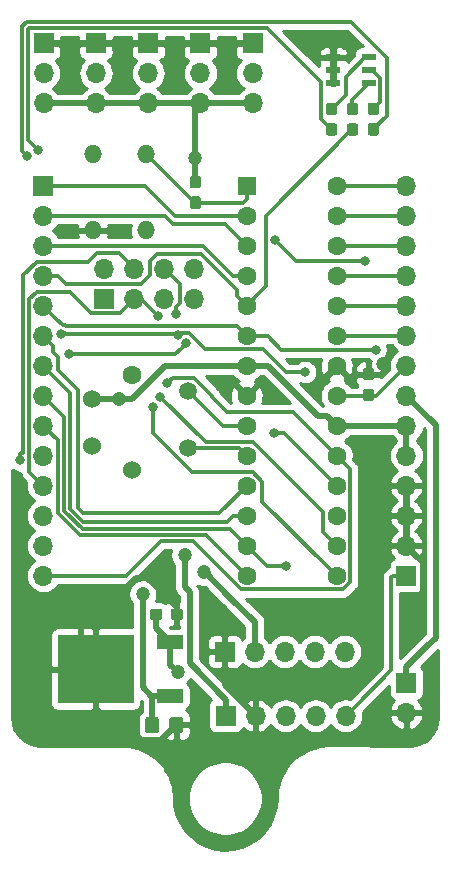
<source format=gbr>
G04 #@! TF.GenerationSoftware,KiCad,Pcbnew,(5.1.4-0-10_14)*
G04 #@! TF.CreationDate,2020-05-04T21:59:13+12:00*
G04 #@! TF.ProjectId,Hand Mesurement Device,48616e64-204d-4657-9375-72656d656e74,rev?*
G04 #@! TF.SameCoordinates,Original*
G04 #@! TF.FileFunction,Copper,L1,Top*
G04 #@! TF.FilePolarity,Positive*
%FSLAX46Y46*%
G04 Gerber Fmt 4.6, Leading zero omitted, Abs format (unit mm)*
G04 Created by KiCad (PCBNEW (5.1.4-0-10_14)) date 2020-05-04 21:59:13*
%MOMM*%
%LPD*%
G04 APERTURE LIST*
%ADD10O,1.700000X1.700000*%
%ADD11R,1.700000X1.700000*%
%ADD12R,1.600000X1.600000*%
%ADD13C,1.600000*%
%ADD14C,0.100000*%
%ADD15C,0.950000*%
%ADD16O,1.524000X1.524000*%
%ADD17C,1.500000*%
%ADD18C,1.150000*%
%ADD19R,1.200000X0.600000*%
%ADD20C,1.524000*%
%ADD21R,2.200000X1.200000*%
%ADD22R,6.400000X5.800000*%
%ADD23C,1.200000*%
%ADD24C,0.800000*%
%ADD25C,0.300000*%
%ADD26C,0.500000*%
%ADD27C,0.254000*%
G04 APERTURE END LIST*
D10*
X154970000Y-81130000D03*
X154970000Y-83670000D03*
X154970000Y-86210000D03*
X154970000Y-88750000D03*
X154970000Y-91290000D03*
X154970000Y-93830000D03*
X154970000Y-96370000D03*
X154970000Y-98910000D03*
X154970000Y-101450000D03*
X154970000Y-103990000D03*
X154970000Y-106530000D03*
X154970000Y-109070000D03*
X154970000Y-111610000D03*
D11*
X154970000Y-114150000D03*
X124250000Y-81150000D03*
D10*
X124250000Y-83690000D03*
X124250000Y-86230000D03*
X124250000Y-88770000D03*
X124250000Y-91310000D03*
X124250000Y-93850000D03*
X124250000Y-96390000D03*
X124250000Y-98930000D03*
X124250000Y-101470000D03*
X124250000Y-104010000D03*
X124250000Y-106550000D03*
X124250000Y-109090000D03*
X124250000Y-111630000D03*
X124250000Y-114170000D03*
D12*
X141450000Y-81150000D03*
D13*
X141450000Y-83690000D03*
X141450000Y-86230000D03*
X141450000Y-88770000D03*
X141450000Y-91310000D03*
X141450000Y-93850000D03*
X141450000Y-96390000D03*
X141450000Y-98930000D03*
X141450000Y-101470000D03*
X141450000Y-104010000D03*
X141450000Y-106550000D03*
X141450000Y-109090000D03*
X141450000Y-111630000D03*
X141450000Y-114170000D03*
X149070000Y-114170000D03*
X149070000Y-111630000D03*
X149070000Y-109090000D03*
X149070000Y-106550000D03*
X149070000Y-104010000D03*
X149070000Y-101470000D03*
X149070000Y-98930000D03*
X149070000Y-96390000D03*
X149070000Y-93850000D03*
X149070000Y-91310000D03*
X149070000Y-88770000D03*
X149070000Y-86230000D03*
X149070000Y-83690000D03*
X149070000Y-81150000D03*
D14*
G36*
X150673279Y-75851144D02*
G01*
X150696334Y-75854563D01*
X150718943Y-75860227D01*
X150740887Y-75868079D01*
X150761957Y-75878044D01*
X150781948Y-75890026D01*
X150800668Y-75903910D01*
X150817938Y-75919562D01*
X150833590Y-75936832D01*
X150847474Y-75955552D01*
X150859456Y-75975543D01*
X150869421Y-75996613D01*
X150877273Y-76018557D01*
X150882937Y-76041166D01*
X150886356Y-76064221D01*
X150887500Y-76087500D01*
X150887500Y-76662500D01*
X150886356Y-76685779D01*
X150882937Y-76708834D01*
X150877273Y-76731443D01*
X150869421Y-76753387D01*
X150859456Y-76774457D01*
X150847474Y-76794448D01*
X150833590Y-76813168D01*
X150817938Y-76830438D01*
X150800668Y-76846090D01*
X150781948Y-76859974D01*
X150761957Y-76871956D01*
X150740887Y-76881921D01*
X150718943Y-76889773D01*
X150696334Y-76895437D01*
X150673279Y-76898856D01*
X150650000Y-76900000D01*
X150175000Y-76900000D01*
X150151721Y-76898856D01*
X150128666Y-76895437D01*
X150106057Y-76889773D01*
X150084113Y-76881921D01*
X150063043Y-76871956D01*
X150043052Y-76859974D01*
X150024332Y-76846090D01*
X150007062Y-76830438D01*
X149991410Y-76813168D01*
X149977526Y-76794448D01*
X149965544Y-76774457D01*
X149955579Y-76753387D01*
X149947727Y-76731443D01*
X149942063Y-76708834D01*
X149938644Y-76685779D01*
X149937500Y-76662500D01*
X149937500Y-76087500D01*
X149938644Y-76064221D01*
X149942063Y-76041166D01*
X149947727Y-76018557D01*
X149955579Y-75996613D01*
X149965544Y-75975543D01*
X149977526Y-75955552D01*
X149991410Y-75936832D01*
X150007062Y-75919562D01*
X150024332Y-75903910D01*
X150043052Y-75890026D01*
X150063043Y-75878044D01*
X150084113Y-75868079D01*
X150106057Y-75860227D01*
X150128666Y-75854563D01*
X150151721Y-75851144D01*
X150175000Y-75850000D01*
X150650000Y-75850000D01*
X150673279Y-75851144D01*
X150673279Y-75851144D01*
G37*
D15*
X150412500Y-76375000D03*
D14*
G36*
X150673279Y-74101144D02*
G01*
X150696334Y-74104563D01*
X150718943Y-74110227D01*
X150740887Y-74118079D01*
X150761957Y-74128044D01*
X150781948Y-74140026D01*
X150800668Y-74153910D01*
X150817938Y-74169562D01*
X150833590Y-74186832D01*
X150847474Y-74205552D01*
X150859456Y-74225543D01*
X150869421Y-74246613D01*
X150877273Y-74268557D01*
X150882937Y-74291166D01*
X150886356Y-74314221D01*
X150887500Y-74337500D01*
X150887500Y-74912500D01*
X150886356Y-74935779D01*
X150882937Y-74958834D01*
X150877273Y-74981443D01*
X150869421Y-75003387D01*
X150859456Y-75024457D01*
X150847474Y-75044448D01*
X150833590Y-75063168D01*
X150817938Y-75080438D01*
X150800668Y-75096090D01*
X150781948Y-75109974D01*
X150761957Y-75121956D01*
X150740887Y-75131921D01*
X150718943Y-75139773D01*
X150696334Y-75145437D01*
X150673279Y-75148856D01*
X150650000Y-75150000D01*
X150175000Y-75150000D01*
X150151721Y-75148856D01*
X150128666Y-75145437D01*
X150106057Y-75139773D01*
X150084113Y-75131921D01*
X150063043Y-75121956D01*
X150043052Y-75109974D01*
X150024332Y-75096090D01*
X150007062Y-75080438D01*
X149991410Y-75063168D01*
X149977526Y-75044448D01*
X149965544Y-75024457D01*
X149955579Y-75003387D01*
X149947727Y-74981443D01*
X149942063Y-74958834D01*
X149938644Y-74935779D01*
X149937500Y-74912500D01*
X149937500Y-74337500D01*
X149938644Y-74314221D01*
X149942063Y-74291166D01*
X149947727Y-74268557D01*
X149955579Y-74246613D01*
X149965544Y-74225543D01*
X149977526Y-74205552D01*
X149991410Y-74186832D01*
X150007062Y-74169562D01*
X150024332Y-74153910D01*
X150043052Y-74140026D01*
X150063043Y-74128044D01*
X150084113Y-74118079D01*
X150106057Y-74110227D01*
X150128666Y-74104563D01*
X150151721Y-74101144D01*
X150175000Y-74100000D01*
X150650000Y-74100000D01*
X150673279Y-74101144D01*
X150673279Y-74101144D01*
G37*
D15*
X150412500Y-74625000D03*
D11*
X129400000Y-90700000D03*
D10*
X129400000Y-88160000D03*
X131940000Y-90700000D03*
X131940000Y-88160000D03*
X134480000Y-90700000D03*
X134480000Y-88160000D03*
X137020000Y-90700000D03*
X137020000Y-88160000D03*
D14*
G36*
X134105779Y-116946144D02*
G01*
X134128834Y-116949563D01*
X134151443Y-116955227D01*
X134173387Y-116963079D01*
X134194457Y-116973044D01*
X134214448Y-116985026D01*
X134233168Y-116998910D01*
X134250438Y-117014562D01*
X134266090Y-117031832D01*
X134279974Y-117050552D01*
X134291956Y-117070543D01*
X134301921Y-117091613D01*
X134309773Y-117113557D01*
X134315437Y-117136166D01*
X134318856Y-117159221D01*
X134320000Y-117182500D01*
X134320000Y-117657500D01*
X134318856Y-117680779D01*
X134315437Y-117703834D01*
X134309773Y-117726443D01*
X134301921Y-117748387D01*
X134291956Y-117769457D01*
X134279974Y-117789448D01*
X134266090Y-117808168D01*
X134250438Y-117825438D01*
X134233168Y-117841090D01*
X134214448Y-117854974D01*
X134194457Y-117866956D01*
X134173387Y-117876921D01*
X134151443Y-117884773D01*
X134128834Y-117890437D01*
X134105779Y-117893856D01*
X134082500Y-117895000D01*
X133507500Y-117895000D01*
X133484221Y-117893856D01*
X133461166Y-117890437D01*
X133438557Y-117884773D01*
X133416613Y-117876921D01*
X133395543Y-117866956D01*
X133375552Y-117854974D01*
X133356832Y-117841090D01*
X133339562Y-117825438D01*
X133323910Y-117808168D01*
X133310026Y-117789448D01*
X133298044Y-117769457D01*
X133288079Y-117748387D01*
X133280227Y-117726443D01*
X133274563Y-117703834D01*
X133271144Y-117680779D01*
X133270000Y-117657500D01*
X133270000Y-117182500D01*
X133271144Y-117159221D01*
X133274563Y-117136166D01*
X133280227Y-117113557D01*
X133288079Y-117091613D01*
X133298044Y-117070543D01*
X133310026Y-117050552D01*
X133323910Y-117031832D01*
X133339562Y-117014562D01*
X133356832Y-116998910D01*
X133375552Y-116985026D01*
X133395543Y-116973044D01*
X133416613Y-116963079D01*
X133438557Y-116955227D01*
X133461166Y-116949563D01*
X133484221Y-116946144D01*
X133507500Y-116945000D01*
X134082500Y-116945000D01*
X134105779Y-116946144D01*
X134105779Y-116946144D01*
G37*
D15*
X133795000Y-117420000D03*
D14*
G36*
X135855779Y-116946144D02*
G01*
X135878834Y-116949563D01*
X135901443Y-116955227D01*
X135923387Y-116963079D01*
X135944457Y-116973044D01*
X135964448Y-116985026D01*
X135983168Y-116998910D01*
X136000438Y-117014562D01*
X136016090Y-117031832D01*
X136029974Y-117050552D01*
X136041956Y-117070543D01*
X136051921Y-117091613D01*
X136059773Y-117113557D01*
X136065437Y-117136166D01*
X136068856Y-117159221D01*
X136070000Y-117182500D01*
X136070000Y-117657500D01*
X136068856Y-117680779D01*
X136065437Y-117703834D01*
X136059773Y-117726443D01*
X136051921Y-117748387D01*
X136041956Y-117769457D01*
X136029974Y-117789448D01*
X136016090Y-117808168D01*
X136000438Y-117825438D01*
X135983168Y-117841090D01*
X135964448Y-117854974D01*
X135944457Y-117866956D01*
X135923387Y-117876921D01*
X135901443Y-117884773D01*
X135878834Y-117890437D01*
X135855779Y-117893856D01*
X135832500Y-117895000D01*
X135257500Y-117895000D01*
X135234221Y-117893856D01*
X135211166Y-117890437D01*
X135188557Y-117884773D01*
X135166613Y-117876921D01*
X135145543Y-117866956D01*
X135125552Y-117854974D01*
X135106832Y-117841090D01*
X135089562Y-117825438D01*
X135073910Y-117808168D01*
X135060026Y-117789448D01*
X135048044Y-117769457D01*
X135038079Y-117748387D01*
X135030227Y-117726443D01*
X135024563Y-117703834D01*
X135021144Y-117680779D01*
X135020000Y-117657500D01*
X135020000Y-117182500D01*
X135021144Y-117159221D01*
X135024563Y-117136166D01*
X135030227Y-117113557D01*
X135038079Y-117091613D01*
X135048044Y-117070543D01*
X135060026Y-117050552D01*
X135073910Y-117031832D01*
X135089562Y-117014562D01*
X135106832Y-116998910D01*
X135125552Y-116985026D01*
X135145543Y-116973044D01*
X135166613Y-116963079D01*
X135188557Y-116955227D01*
X135211166Y-116949563D01*
X135234221Y-116946144D01*
X135257500Y-116945000D01*
X135832500Y-116945000D01*
X135855779Y-116946144D01*
X135855779Y-116946144D01*
G37*
D15*
X135545000Y-117420000D03*
D11*
X124275000Y-69075000D03*
D10*
X124275000Y-71615000D03*
X124275000Y-74155000D03*
X128698750Y-74155000D03*
X128698750Y-71615000D03*
D11*
X128698750Y-69075000D03*
X133122500Y-69075000D03*
D10*
X133122500Y-71615000D03*
X133122500Y-74155000D03*
X137546250Y-74155000D03*
X137546250Y-71615000D03*
D11*
X137546250Y-69075000D03*
X141970000Y-69075000D03*
D10*
X141970000Y-71615000D03*
X141970000Y-74155000D03*
D14*
G36*
X137368879Y-82051144D02*
G01*
X137391934Y-82054563D01*
X137414543Y-82060227D01*
X137436487Y-82068079D01*
X137457557Y-82078044D01*
X137477548Y-82090026D01*
X137496268Y-82103910D01*
X137513538Y-82119562D01*
X137529190Y-82136832D01*
X137543074Y-82155552D01*
X137555056Y-82175543D01*
X137565021Y-82196613D01*
X137572873Y-82218557D01*
X137578537Y-82241166D01*
X137581956Y-82264221D01*
X137583100Y-82287500D01*
X137583100Y-82862500D01*
X137581956Y-82885779D01*
X137578537Y-82908834D01*
X137572873Y-82931443D01*
X137565021Y-82953387D01*
X137555056Y-82974457D01*
X137543074Y-82994448D01*
X137529190Y-83013168D01*
X137513538Y-83030438D01*
X137496268Y-83046090D01*
X137477548Y-83059974D01*
X137457557Y-83071956D01*
X137436487Y-83081921D01*
X137414543Y-83089773D01*
X137391934Y-83095437D01*
X137368879Y-83098856D01*
X137345600Y-83100000D01*
X136870600Y-83100000D01*
X136847321Y-83098856D01*
X136824266Y-83095437D01*
X136801657Y-83089773D01*
X136779713Y-83081921D01*
X136758643Y-83071956D01*
X136738652Y-83059974D01*
X136719932Y-83046090D01*
X136702662Y-83030438D01*
X136687010Y-83013168D01*
X136673126Y-82994448D01*
X136661144Y-82974457D01*
X136651179Y-82953387D01*
X136643327Y-82931443D01*
X136637663Y-82908834D01*
X136634244Y-82885779D01*
X136633100Y-82862500D01*
X136633100Y-82287500D01*
X136634244Y-82264221D01*
X136637663Y-82241166D01*
X136643327Y-82218557D01*
X136651179Y-82196613D01*
X136661144Y-82175543D01*
X136673126Y-82155552D01*
X136687010Y-82136832D01*
X136702662Y-82119562D01*
X136719932Y-82103910D01*
X136738652Y-82090026D01*
X136758643Y-82078044D01*
X136779713Y-82068079D01*
X136801657Y-82060227D01*
X136824266Y-82054563D01*
X136847321Y-82051144D01*
X136870600Y-82050000D01*
X137345600Y-82050000D01*
X137368879Y-82051144D01*
X137368879Y-82051144D01*
G37*
D15*
X137108100Y-82575000D03*
D14*
G36*
X137368879Y-80301144D02*
G01*
X137391934Y-80304563D01*
X137414543Y-80310227D01*
X137436487Y-80318079D01*
X137457557Y-80328044D01*
X137477548Y-80340026D01*
X137496268Y-80353910D01*
X137513538Y-80369562D01*
X137529190Y-80386832D01*
X137543074Y-80405552D01*
X137555056Y-80425543D01*
X137565021Y-80446613D01*
X137572873Y-80468557D01*
X137578537Y-80491166D01*
X137581956Y-80514221D01*
X137583100Y-80537500D01*
X137583100Y-81112500D01*
X137581956Y-81135779D01*
X137578537Y-81158834D01*
X137572873Y-81181443D01*
X137565021Y-81203387D01*
X137555056Y-81224457D01*
X137543074Y-81244448D01*
X137529190Y-81263168D01*
X137513538Y-81280438D01*
X137496268Y-81296090D01*
X137477548Y-81309974D01*
X137457557Y-81321956D01*
X137436487Y-81331921D01*
X137414543Y-81339773D01*
X137391934Y-81345437D01*
X137368879Y-81348856D01*
X137345600Y-81350000D01*
X136870600Y-81350000D01*
X136847321Y-81348856D01*
X136824266Y-81345437D01*
X136801657Y-81339773D01*
X136779713Y-81331921D01*
X136758643Y-81321956D01*
X136738652Y-81309974D01*
X136719932Y-81296090D01*
X136702662Y-81280438D01*
X136687010Y-81263168D01*
X136673126Y-81244448D01*
X136661144Y-81224457D01*
X136651179Y-81203387D01*
X136643327Y-81181443D01*
X136637663Y-81158834D01*
X136634244Y-81135779D01*
X136633100Y-81112500D01*
X136633100Y-80537500D01*
X136634244Y-80514221D01*
X136637663Y-80491166D01*
X136643327Y-80468557D01*
X136651179Y-80446613D01*
X136661144Y-80425543D01*
X136673126Y-80405552D01*
X136687010Y-80386832D01*
X136702662Y-80369562D01*
X136719932Y-80353910D01*
X136738652Y-80340026D01*
X136758643Y-80328044D01*
X136779713Y-80318079D01*
X136801657Y-80310227D01*
X136824266Y-80304563D01*
X136847321Y-80301144D01*
X136870600Y-80300000D01*
X137345600Y-80300000D01*
X137368879Y-80301144D01*
X137368879Y-80301144D01*
G37*
D15*
X137108100Y-80825000D03*
D14*
G36*
X152435779Y-74101144D02*
G01*
X152458834Y-74104563D01*
X152481443Y-74110227D01*
X152503387Y-74118079D01*
X152524457Y-74128044D01*
X152544448Y-74140026D01*
X152563168Y-74153910D01*
X152580438Y-74169562D01*
X152596090Y-74186832D01*
X152609974Y-74205552D01*
X152621956Y-74225543D01*
X152631921Y-74246613D01*
X152639773Y-74268557D01*
X152645437Y-74291166D01*
X152648856Y-74314221D01*
X152650000Y-74337500D01*
X152650000Y-74912500D01*
X152648856Y-74935779D01*
X152645437Y-74958834D01*
X152639773Y-74981443D01*
X152631921Y-75003387D01*
X152621956Y-75024457D01*
X152609974Y-75044448D01*
X152596090Y-75063168D01*
X152580438Y-75080438D01*
X152563168Y-75096090D01*
X152544448Y-75109974D01*
X152524457Y-75121956D01*
X152503387Y-75131921D01*
X152481443Y-75139773D01*
X152458834Y-75145437D01*
X152435779Y-75148856D01*
X152412500Y-75150000D01*
X151937500Y-75150000D01*
X151914221Y-75148856D01*
X151891166Y-75145437D01*
X151868557Y-75139773D01*
X151846613Y-75131921D01*
X151825543Y-75121956D01*
X151805552Y-75109974D01*
X151786832Y-75096090D01*
X151769562Y-75080438D01*
X151753910Y-75063168D01*
X151740026Y-75044448D01*
X151728044Y-75024457D01*
X151718079Y-75003387D01*
X151710227Y-74981443D01*
X151704563Y-74958834D01*
X151701144Y-74935779D01*
X151700000Y-74912500D01*
X151700000Y-74337500D01*
X151701144Y-74314221D01*
X151704563Y-74291166D01*
X151710227Y-74268557D01*
X151718079Y-74246613D01*
X151728044Y-74225543D01*
X151740026Y-74205552D01*
X151753910Y-74186832D01*
X151769562Y-74169562D01*
X151786832Y-74153910D01*
X151805552Y-74140026D01*
X151825543Y-74128044D01*
X151846613Y-74118079D01*
X151868557Y-74110227D01*
X151891166Y-74104563D01*
X151914221Y-74101144D01*
X151937500Y-74100000D01*
X152412500Y-74100000D01*
X152435779Y-74101144D01*
X152435779Y-74101144D01*
G37*
D15*
X152175000Y-74625000D03*
D14*
G36*
X152435779Y-75851144D02*
G01*
X152458834Y-75854563D01*
X152481443Y-75860227D01*
X152503387Y-75868079D01*
X152524457Y-75878044D01*
X152544448Y-75890026D01*
X152563168Y-75903910D01*
X152580438Y-75919562D01*
X152596090Y-75936832D01*
X152609974Y-75955552D01*
X152621956Y-75975543D01*
X152631921Y-75996613D01*
X152639773Y-76018557D01*
X152645437Y-76041166D01*
X152648856Y-76064221D01*
X152650000Y-76087500D01*
X152650000Y-76662500D01*
X152648856Y-76685779D01*
X152645437Y-76708834D01*
X152639773Y-76731443D01*
X152631921Y-76753387D01*
X152621956Y-76774457D01*
X152609974Y-76794448D01*
X152596090Y-76813168D01*
X152580438Y-76830438D01*
X152563168Y-76846090D01*
X152544448Y-76859974D01*
X152524457Y-76871956D01*
X152503387Y-76881921D01*
X152481443Y-76889773D01*
X152458834Y-76895437D01*
X152435779Y-76898856D01*
X152412500Y-76900000D01*
X151937500Y-76900000D01*
X151914221Y-76898856D01*
X151891166Y-76895437D01*
X151868557Y-76889773D01*
X151846613Y-76881921D01*
X151825543Y-76871956D01*
X151805552Y-76859974D01*
X151786832Y-76846090D01*
X151769562Y-76830438D01*
X151753910Y-76813168D01*
X151740026Y-76794448D01*
X151728044Y-76774457D01*
X151718079Y-76753387D01*
X151710227Y-76731443D01*
X151704563Y-76708834D01*
X151701144Y-76685779D01*
X151700000Y-76662500D01*
X151700000Y-76087500D01*
X151701144Y-76064221D01*
X151704563Y-76041166D01*
X151710227Y-76018557D01*
X151718079Y-75996613D01*
X151728044Y-75975543D01*
X151740026Y-75955552D01*
X151753910Y-75936832D01*
X151769562Y-75919562D01*
X151786832Y-75903910D01*
X151805552Y-75890026D01*
X151825543Y-75878044D01*
X151846613Y-75868079D01*
X151868557Y-75860227D01*
X151891166Y-75854563D01*
X151914221Y-75851144D01*
X151937500Y-75850000D01*
X152412500Y-75850000D01*
X152435779Y-75851144D01*
X152435779Y-75851144D01*
G37*
D15*
X152175000Y-76375000D03*
D14*
G36*
X148910779Y-75851144D02*
G01*
X148933834Y-75854563D01*
X148956443Y-75860227D01*
X148978387Y-75868079D01*
X148999457Y-75878044D01*
X149019448Y-75890026D01*
X149038168Y-75903910D01*
X149055438Y-75919562D01*
X149071090Y-75936832D01*
X149084974Y-75955552D01*
X149096956Y-75975543D01*
X149106921Y-75996613D01*
X149114773Y-76018557D01*
X149120437Y-76041166D01*
X149123856Y-76064221D01*
X149125000Y-76087500D01*
X149125000Y-76662500D01*
X149123856Y-76685779D01*
X149120437Y-76708834D01*
X149114773Y-76731443D01*
X149106921Y-76753387D01*
X149096956Y-76774457D01*
X149084974Y-76794448D01*
X149071090Y-76813168D01*
X149055438Y-76830438D01*
X149038168Y-76846090D01*
X149019448Y-76859974D01*
X148999457Y-76871956D01*
X148978387Y-76881921D01*
X148956443Y-76889773D01*
X148933834Y-76895437D01*
X148910779Y-76898856D01*
X148887500Y-76900000D01*
X148412500Y-76900000D01*
X148389221Y-76898856D01*
X148366166Y-76895437D01*
X148343557Y-76889773D01*
X148321613Y-76881921D01*
X148300543Y-76871956D01*
X148280552Y-76859974D01*
X148261832Y-76846090D01*
X148244562Y-76830438D01*
X148228910Y-76813168D01*
X148215026Y-76794448D01*
X148203044Y-76774457D01*
X148193079Y-76753387D01*
X148185227Y-76731443D01*
X148179563Y-76708834D01*
X148176144Y-76685779D01*
X148175000Y-76662500D01*
X148175000Y-76087500D01*
X148176144Y-76064221D01*
X148179563Y-76041166D01*
X148185227Y-76018557D01*
X148193079Y-75996613D01*
X148203044Y-75975543D01*
X148215026Y-75955552D01*
X148228910Y-75936832D01*
X148244562Y-75919562D01*
X148261832Y-75903910D01*
X148280552Y-75890026D01*
X148300543Y-75878044D01*
X148321613Y-75868079D01*
X148343557Y-75860227D01*
X148366166Y-75854563D01*
X148389221Y-75851144D01*
X148412500Y-75850000D01*
X148887500Y-75850000D01*
X148910779Y-75851144D01*
X148910779Y-75851144D01*
G37*
D15*
X148650000Y-76375000D03*
D14*
G36*
X148910779Y-74101144D02*
G01*
X148933834Y-74104563D01*
X148956443Y-74110227D01*
X148978387Y-74118079D01*
X148999457Y-74128044D01*
X149019448Y-74140026D01*
X149038168Y-74153910D01*
X149055438Y-74169562D01*
X149071090Y-74186832D01*
X149084974Y-74205552D01*
X149096956Y-74225543D01*
X149106921Y-74246613D01*
X149114773Y-74268557D01*
X149120437Y-74291166D01*
X149123856Y-74314221D01*
X149125000Y-74337500D01*
X149125000Y-74912500D01*
X149123856Y-74935779D01*
X149120437Y-74958834D01*
X149114773Y-74981443D01*
X149106921Y-75003387D01*
X149096956Y-75024457D01*
X149084974Y-75044448D01*
X149071090Y-75063168D01*
X149055438Y-75080438D01*
X149038168Y-75096090D01*
X149019448Y-75109974D01*
X148999457Y-75121956D01*
X148978387Y-75131921D01*
X148956443Y-75139773D01*
X148933834Y-75145437D01*
X148910779Y-75148856D01*
X148887500Y-75150000D01*
X148412500Y-75150000D01*
X148389221Y-75148856D01*
X148366166Y-75145437D01*
X148343557Y-75139773D01*
X148321613Y-75131921D01*
X148300543Y-75121956D01*
X148280552Y-75109974D01*
X148261832Y-75096090D01*
X148244562Y-75080438D01*
X148228910Y-75063168D01*
X148215026Y-75044448D01*
X148203044Y-75024457D01*
X148193079Y-75003387D01*
X148185227Y-74981443D01*
X148179563Y-74958834D01*
X148176144Y-74935779D01*
X148175000Y-74912500D01*
X148175000Y-74337500D01*
X148176144Y-74314221D01*
X148179563Y-74291166D01*
X148185227Y-74268557D01*
X148193079Y-74246613D01*
X148203044Y-74225543D01*
X148215026Y-74205552D01*
X148228910Y-74186832D01*
X148244562Y-74169562D01*
X148261832Y-74153910D01*
X148280552Y-74140026D01*
X148300543Y-74128044D01*
X148321613Y-74118079D01*
X148343557Y-74110227D01*
X148366166Y-74104563D01*
X148389221Y-74101144D01*
X148412500Y-74100000D01*
X148887500Y-74100000D01*
X148910779Y-74101144D01*
X148910779Y-74101144D01*
G37*
D15*
X148650000Y-74625000D03*
D16*
X132952200Y-78428800D03*
X132952200Y-84931200D03*
X128431000Y-78428800D03*
X128431000Y-84931200D03*
D17*
X136453332Y-103370000D03*
X136453332Y-98490000D03*
D11*
X154980000Y-123235000D03*
D10*
X154980000Y-125775000D03*
D11*
X139610000Y-120590000D03*
D10*
X142150000Y-120590000D03*
X144690000Y-120590000D03*
X147230000Y-120590000D03*
X149770000Y-120590000D03*
D14*
G36*
X135844505Y-126101204D02*
G01*
X135868773Y-126104804D01*
X135892572Y-126110765D01*
X135915671Y-126119030D01*
X135937850Y-126129520D01*
X135958893Y-126142132D01*
X135978599Y-126156747D01*
X135996777Y-126173223D01*
X136013253Y-126191401D01*
X136027868Y-126211107D01*
X136040480Y-126232150D01*
X136050970Y-126254329D01*
X136059235Y-126277428D01*
X136065196Y-126301227D01*
X136068796Y-126325495D01*
X136070000Y-126349999D01*
X136070000Y-127250001D01*
X136068796Y-127274505D01*
X136065196Y-127298773D01*
X136059235Y-127322572D01*
X136050970Y-127345671D01*
X136040480Y-127367850D01*
X136027868Y-127388893D01*
X136013253Y-127408599D01*
X135996777Y-127426777D01*
X135978599Y-127443253D01*
X135958893Y-127457868D01*
X135937850Y-127470480D01*
X135915671Y-127480970D01*
X135892572Y-127489235D01*
X135868773Y-127495196D01*
X135844505Y-127498796D01*
X135820001Y-127500000D01*
X135169999Y-127500000D01*
X135145495Y-127498796D01*
X135121227Y-127495196D01*
X135097428Y-127489235D01*
X135074329Y-127480970D01*
X135052150Y-127470480D01*
X135031107Y-127457868D01*
X135011401Y-127443253D01*
X134993223Y-127426777D01*
X134976747Y-127408599D01*
X134962132Y-127388893D01*
X134949520Y-127367850D01*
X134939030Y-127345671D01*
X134930765Y-127322572D01*
X134924804Y-127298773D01*
X134921204Y-127274505D01*
X134920000Y-127250001D01*
X134920000Y-126349999D01*
X134921204Y-126325495D01*
X134924804Y-126301227D01*
X134930765Y-126277428D01*
X134939030Y-126254329D01*
X134949520Y-126232150D01*
X134962132Y-126211107D01*
X134976747Y-126191401D01*
X134993223Y-126173223D01*
X135011401Y-126156747D01*
X135031107Y-126142132D01*
X135052150Y-126129520D01*
X135074329Y-126119030D01*
X135097428Y-126110765D01*
X135121227Y-126104804D01*
X135145495Y-126101204D01*
X135169999Y-126100000D01*
X135820001Y-126100000D01*
X135844505Y-126101204D01*
X135844505Y-126101204D01*
G37*
D18*
X135495000Y-126800000D03*
D14*
G36*
X133794505Y-126101204D02*
G01*
X133818773Y-126104804D01*
X133842572Y-126110765D01*
X133865671Y-126119030D01*
X133887850Y-126129520D01*
X133908893Y-126142132D01*
X133928599Y-126156747D01*
X133946777Y-126173223D01*
X133963253Y-126191401D01*
X133977868Y-126211107D01*
X133990480Y-126232150D01*
X134000970Y-126254329D01*
X134009235Y-126277428D01*
X134015196Y-126301227D01*
X134018796Y-126325495D01*
X134020000Y-126349999D01*
X134020000Y-127250001D01*
X134018796Y-127274505D01*
X134015196Y-127298773D01*
X134009235Y-127322572D01*
X134000970Y-127345671D01*
X133990480Y-127367850D01*
X133977868Y-127388893D01*
X133963253Y-127408599D01*
X133946777Y-127426777D01*
X133928599Y-127443253D01*
X133908893Y-127457868D01*
X133887850Y-127470480D01*
X133865671Y-127480970D01*
X133842572Y-127489235D01*
X133818773Y-127495196D01*
X133794505Y-127498796D01*
X133770001Y-127500000D01*
X133119999Y-127500000D01*
X133095495Y-127498796D01*
X133071227Y-127495196D01*
X133047428Y-127489235D01*
X133024329Y-127480970D01*
X133002150Y-127470480D01*
X132981107Y-127457868D01*
X132961401Y-127443253D01*
X132943223Y-127426777D01*
X132926747Y-127408599D01*
X132912132Y-127388893D01*
X132899520Y-127367850D01*
X132889030Y-127345671D01*
X132880765Y-127322572D01*
X132874804Y-127298773D01*
X132871204Y-127274505D01*
X132870000Y-127250001D01*
X132870000Y-126349999D01*
X132871204Y-126325495D01*
X132874804Y-126301227D01*
X132880765Y-126277428D01*
X132889030Y-126254329D01*
X132899520Y-126232150D01*
X132912132Y-126211107D01*
X132926747Y-126191401D01*
X132943223Y-126173223D01*
X132961401Y-126156747D01*
X132981107Y-126142132D01*
X133002150Y-126129520D01*
X133024329Y-126119030D01*
X133047428Y-126110765D01*
X133071227Y-126104804D01*
X133095495Y-126101204D01*
X133119999Y-126100000D01*
X133770001Y-126100000D01*
X133794505Y-126101204D01*
X133794505Y-126101204D01*
G37*
D18*
X133445000Y-126800000D03*
D19*
X148785500Y-70275000D03*
X148785500Y-71375000D03*
X148785500Y-72475000D03*
X151785500Y-70275000D03*
X151785500Y-72475000D03*
X151785500Y-71375000D03*
D13*
X131768916Y-97200000D03*
D20*
X128368916Y-99200000D03*
X128368916Y-103200000D03*
X131768916Y-105200000D03*
D14*
G36*
X152035779Y-96576144D02*
G01*
X152058834Y-96579563D01*
X152081443Y-96585227D01*
X152103387Y-96593079D01*
X152124457Y-96603044D01*
X152144448Y-96615026D01*
X152163168Y-96628910D01*
X152180438Y-96644562D01*
X152196090Y-96661832D01*
X152209974Y-96680552D01*
X152221956Y-96700543D01*
X152231921Y-96721613D01*
X152239773Y-96743557D01*
X152245437Y-96766166D01*
X152248856Y-96789221D01*
X152250000Y-96812500D01*
X152250000Y-97387500D01*
X152248856Y-97410779D01*
X152245437Y-97433834D01*
X152239773Y-97456443D01*
X152231921Y-97478387D01*
X152221956Y-97499457D01*
X152209974Y-97519448D01*
X152196090Y-97538168D01*
X152180438Y-97555438D01*
X152163168Y-97571090D01*
X152144448Y-97584974D01*
X152124457Y-97596956D01*
X152103387Y-97606921D01*
X152081443Y-97614773D01*
X152058834Y-97620437D01*
X152035779Y-97623856D01*
X152012500Y-97625000D01*
X151537500Y-97625000D01*
X151514221Y-97623856D01*
X151491166Y-97620437D01*
X151468557Y-97614773D01*
X151446613Y-97606921D01*
X151425543Y-97596956D01*
X151405552Y-97584974D01*
X151386832Y-97571090D01*
X151369562Y-97555438D01*
X151353910Y-97538168D01*
X151340026Y-97519448D01*
X151328044Y-97499457D01*
X151318079Y-97478387D01*
X151310227Y-97456443D01*
X151304563Y-97433834D01*
X151301144Y-97410779D01*
X151300000Y-97387500D01*
X151300000Y-96812500D01*
X151301144Y-96789221D01*
X151304563Y-96766166D01*
X151310227Y-96743557D01*
X151318079Y-96721613D01*
X151328044Y-96700543D01*
X151340026Y-96680552D01*
X151353910Y-96661832D01*
X151369562Y-96644562D01*
X151386832Y-96628910D01*
X151405552Y-96615026D01*
X151425543Y-96603044D01*
X151446613Y-96593079D01*
X151468557Y-96585227D01*
X151491166Y-96579563D01*
X151514221Y-96576144D01*
X151537500Y-96575000D01*
X152012500Y-96575000D01*
X152035779Y-96576144D01*
X152035779Y-96576144D01*
G37*
D15*
X151775000Y-97100000D03*
D14*
G36*
X152035779Y-98326144D02*
G01*
X152058834Y-98329563D01*
X152081443Y-98335227D01*
X152103387Y-98343079D01*
X152124457Y-98353044D01*
X152144448Y-98365026D01*
X152163168Y-98378910D01*
X152180438Y-98394562D01*
X152196090Y-98411832D01*
X152209974Y-98430552D01*
X152221956Y-98450543D01*
X152231921Y-98471613D01*
X152239773Y-98493557D01*
X152245437Y-98516166D01*
X152248856Y-98539221D01*
X152250000Y-98562500D01*
X152250000Y-99137500D01*
X152248856Y-99160779D01*
X152245437Y-99183834D01*
X152239773Y-99206443D01*
X152231921Y-99228387D01*
X152221956Y-99249457D01*
X152209974Y-99269448D01*
X152196090Y-99288168D01*
X152180438Y-99305438D01*
X152163168Y-99321090D01*
X152144448Y-99334974D01*
X152124457Y-99346956D01*
X152103387Y-99356921D01*
X152081443Y-99364773D01*
X152058834Y-99370437D01*
X152035779Y-99373856D01*
X152012500Y-99375000D01*
X151537500Y-99375000D01*
X151514221Y-99373856D01*
X151491166Y-99370437D01*
X151468557Y-99364773D01*
X151446613Y-99356921D01*
X151425543Y-99346956D01*
X151405552Y-99334974D01*
X151386832Y-99321090D01*
X151369562Y-99305438D01*
X151353910Y-99288168D01*
X151340026Y-99269448D01*
X151328044Y-99249457D01*
X151318079Y-99228387D01*
X151310227Y-99206443D01*
X151304563Y-99183834D01*
X151301144Y-99160779D01*
X151300000Y-99137500D01*
X151300000Y-98562500D01*
X151301144Y-98539221D01*
X151304563Y-98516166D01*
X151310227Y-98493557D01*
X151318079Y-98471613D01*
X151328044Y-98450543D01*
X151340026Y-98430552D01*
X151353910Y-98411832D01*
X151369562Y-98394562D01*
X151386832Y-98378910D01*
X151405552Y-98365026D01*
X151425543Y-98353044D01*
X151446613Y-98343079D01*
X151468557Y-98335227D01*
X151491166Y-98329563D01*
X151514221Y-98326144D01*
X151537500Y-98325000D01*
X152012500Y-98325000D01*
X152035779Y-98326144D01*
X152035779Y-98326144D01*
G37*
D15*
X151775000Y-98850000D03*
D21*
X134970000Y-124350000D03*
X134970000Y-119790000D03*
D22*
X128670000Y-122070000D03*
D11*
X139675000Y-126025000D03*
D10*
X142215000Y-126025000D03*
X144755000Y-126025000D03*
X147295000Y-126025000D03*
X149835000Y-126025000D03*
D23*
X127300000Y-115850000D03*
X147675000Y-69075000D03*
X153000000Y-96200000D03*
X137108100Y-78791900D03*
X137824990Y-113875010D03*
X130630927Y-99200000D03*
X132670000Y-115690000D03*
X135610000Y-122320000D03*
D24*
X143875000Y-85775000D03*
X151450001Y-87549999D03*
X152369999Y-95030001D03*
X122900000Y-78600000D03*
X123825000Y-78100000D03*
X144774747Y-113375253D03*
X133975000Y-92200000D03*
X134125000Y-99000000D03*
X133500000Y-99900000D03*
X122299997Y-104400000D03*
X125699990Y-93695697D03*
X146403230Y-96922332D03*
X135606066Y-93800011D03*
X143750011Y-102075000D03*
X126379608Y-95431532D03*
X136349799Y-94468506D03*
X134725000Y-97850000D03*
X135479370Y-91979190D03*
D23*
X136199625Y-112400010D03*
D25*
X139433333Y-101470000D02*
X141450000Y-101470000D01*
X136453333Y-98490000D02*
X139433333Y-101470000D01*
D26*
X154980000Y-125775000D02*
X153095000Y-125775000D01*
X154970000Y-111610000D02*
X154970000Y-109070000D01*
X154970000Y-109070000D02*
X154970000Y-106530000D01*
X127395000Y-122770000D02*
X127395000Y-122070000D01*
X127395000Y-115945000D02*
X127300000Y-115850000D01*
X127395000Y-122070000D02*
X127395000Y-115945000D01*
X125425000Y-69075000D02*
X141970000Y-69075000D01*
X124275000Y-69075000D02*
X125425000Y-69075000D01*
X156370001Y-113010001D02*
X155819999Y-112459999D01*
X155819999Y-112459999D02*
X154970000Y-111610000D01*
X156370001Y-117689999D02*
X156370001Y-113010001D01*
X148785500Y-72475000D02*
X148785500Y-70275000D01*
X148785500Y-69475000D02*
X148385500Y-69075000D01*
X148785500Y-70275000D02*
X148785500Y-69475000D01*
X148385500Y-69075000D02*
X147675000Y-69075000D01*
X147675000Y-69075000D02*
X147675000Y-69075000D01*
X131250010Y-128050010D02*
X128670000Y-125470000D01*
X128670000Y-125470000D02*
X128670000Y-122070000D01*
X134244990Y-128050010D02*
X131250010Y-128050010D01*
X135495000Y-126800000D02*
X134244990Y-128050010D01*
X139610000Y-123420000D02*
X142215000Y-126025000D01*
X139610000Y-120590000D02*
X139610000Y-123420000D01*
X135545000Y-116845000D02*
X134090000Y-115390000D01*
X135545000Y-117420000D02*
X135545000Y-116845000D01*
X134090000Y-115390000D02*
X134090000Y-115380000D01*
X134090000Y-115380000D02*
X133060000Y-114350000D01*
X130570000Y-115850000D02*
X127300000Y-115850000D01*
X132070000Y-114350000D02*
X130570000Y-115850000D01*
X133060000Y-114350000D02*
X132070000Y-114350000D01*
D25*
X140810000Y-103370000D02*
X141450000Y-104010000D01*
X136453333Y-103370000D02*
X140810000Y-103370000D01*
D26*
X124275000Y-74155000D02*
X141970000Y-74155000D01*
X137108100Y-74593150D02*
X137546250Y-74155000D01*
X137108100Y-80825000D02*
X137108100Y-78791900D01*
X154950000Y-101470000D02*
X154970000Y-101450000D01*
X149070000Y-101470000D02*
X154950000Y-101470000D01*
X154970000Y-101450000D02*
X154970000Y-103990000D01*
X137108100Y-78791900D02*
X137108100Y-74593150D01*
X137924990Y-113875010D02*
X140069992Y-116020012D01*
X147522914Y-100670001D02*
X148270001Y-100670001D01*
X141450000Y-96390000D02*
X143242913Y-96390000D01*
X148270001Y-100670001D02*
X149070000Y-101470000D01*
X143242913Y-96390000D02*
X147522914Y-100670001D01*
X141450000Y-96390000D02*
X134576918Y-96390000D01*
X128368916Y-99200000D02*
X130630927Y-99200000D01*
X131766918Y-99200000D02*
X131479455Y-99200000D01*
X134576918Y-96390000D02*
X131766918Y-99200000D01*
X131479455Y-99200000D02*
X130630927Y-99200000D01*
X140069992Y-116020012D02*
X140070012Y-116020012D01*
X142150000Y-118100000D02*
X142150000Y-120590000D01*
X140070012Y-116020012D02*
X142150000Y-118100000D01*
X135470000Y-124350000D02*
X134970000Y-124350000D01*
X134970000Y-124350000D02*
X133370000Y-124350000D01*
X133445000Y-124425000D02*
X133445000Y-126800000D01*
X133370000Y-124350000D02*
X133445000Y-124425000D01*
X132645001Y-117278538D02*
X132645001Y-123625001D01*
X132670000Y-115690000D02*
X132645001Y-117278538D01*
X132645001Y-123625001D02*
X133370000Y-124350000D01*
X154980000Y-121885000D02*
X154980000Y-123235000D01*
X156715000Y-120150000D02*
X154980000Y-121885000D01*
X157450000Y-119425000D02*
X156725000Y-120150000D01*
X157450000Y-101390000D02*
X157450000Y-119425000D01*
X156725000Y-120150000D02*
X156715000Y-120150000D01*
X154970000Y-98910000D02*
X157450000Y-101390000D01*
X133795000Y-118615000D02*
X134970000Y-119790000D01*
X133795000Y-117420000D02*
X133795000Y-118615000D01*
X134970000Y-121680000D02*
X135610000Y-122320000D01*
X134970000Y-119790000D02*
X134970000Y-121680000D01*
D25*
X150412500Y-73848000D02*
X151785500Y-72475000D01*
X150412500Y-74625000D02*
X150412500Y-73848000D01*
X141310000Y-83550000D02*
X141450000Y-83690000D01*
X140318630Y-83690000D02*
X141450000Y-83690000D01*
X124250000Y-81150000D02*
X132882122Y-81150000D01*
X135422122Y-83690000D02*
X140318630Y-83690000D01*
X132882122Y-81150000D02*
X135422122Y-83690000D01*
X124250000Y-83690000D02*
X134535000Y-83690000D01*
X134535000Y-83690000D02*
X135245000Y-84400000D01*
X139620000Y-84400000D02*
X141450000Y-86230000D01*
X135245000Y-84400000D02*
X139620000Y-84400000D01*
X125452081Y-86230000D02*
X124250000Y-86230000D01*
X140318630Y-88770000D02*
X137778630Y-86230000D01*
X137778630Y-86230000D02*
X125452081Y-86230000D01*
X141450000Y-88770000D02*
X140318630Y-88770000D01*
X145649999Y-87549999D02*
X143875000Y-85775000D01*
X151450001Y-87549999D02*
X145649999Y-87549999D01*
X150412500Y-76375000D02*
X143100011Y-83687489D01*
X143100011Y-83687489D02*
X143100011Y-89659989D01*
X143100011Y-89659989D02*
X142249999Y-90510001D01*
X142249999Y-90510001D02*
X141450000Y-91310000D01*
X125452081Y-88770000D02*
X126152080Y-89469999D01*
X132496001Y-89469999D02*
X133259999Y-88706001D01*
X126152080Y-89469999D02*
X132496001Y-89469999D01*
X133883999Y-86929999D02*
X137576001Y-86929999D01*
X133259999Y-88706001D02*
X133259999Y-87553999D01*
X133259999Y-87553999D02*
X133883999Y-86929999D01*
X137576001Y-86929999D02*
X140650001Y-90003999D01*
X124250000Y-88770000D02*
X125452081Y-88770000D01*
X140650001Y-90003999D02*
X140650001Y-90510001D01*
X140650001Y-90510001D02*
X141450000Y-91310000D01*
X124250000Y-91310000D02*
X125340011Y-92400011D01*
X143225000Y-93850000D02*
X141450000Y-93850000D01*
X144405001Y-95030001D02*
X143225000Y-93850000D01*
X152369999Y-95030001D02*
X144405001Y-95030001D01*
X140650001Y-93050001D02*
X141450000Y-93850000D01*
X125885696Y-92945696D02*
X125340011Y-92400011D01*
X126059991Y-92945696D02*
X125885696Y-92945696D01*
X140650001Y-93050001D02*
X126164296Y-93050001D01*
X126164296Y-93050001D02*
X126059991Y-92945696D01*
X122900000Y-78600000D02*
X122900000Y-78600000D01*
X139150000Y-108850000D02*
X141450000Y-106550000D01*
X127600000Y-108850000D02*
X139150000Y-108850000D01*
X125099999Y-94699999D02*
X125099999Y-95261927D01*
X127156915Y-108406915D02*
X127600000Y-108850000D01*
X127156915Y-98456915D02*
X127156915Y-108406915D01*
X124250000Y-93850000D02*
X125099999Y-94699999D01*
X125099999Y-95261927D02*
X125450001Y-95611929D01*
X125450001Y-95611929D02*
X125450001Y-96750001D01*
X125450001Y-96750001D02*
X127156915Y-98456915D01*
X153350010Y-70309508D02*
X153350010Y-75199990D01*
X122474989Y-67657889D02*
X122857889Y-67274989D01*
X150315491Y-67274989D02*
X153350010Y-70309508D01*
X122857889Y-67274989D02*
X150315491Y-67274989D01*
X153350010Y-75199990D02*
X152175000Y-76375000D01*
X122474988Y-78174988D02*
X122474989Y-67657889D01*
X122900000Y-78600000D02*
X122474988Y-78174988D01*
X123825000Y-78100000D02*
X122974999Y-77249999D01*
X147735499Y-72330497D02*
X147735499Y-75460499D01*
X143180001Y-67774999D02*
X147735499Y-72330497D01*
X148150928Y-75875928D02*
X148650000Y-76375000D01*
X147735499Y-75460499D02*
X148150928Y-75875928D01*
X123064999Y-67774999D02*
X143180001Y-67774999D01*
X122974999Y-67864999D02*
X123064999Y-67774999D01*
X122974999Y-77249999D02*
X122974999Y-67864999D01*
X127642848Y-109599970D02*
X139808660Y-109599970D01*
X124250000Y-96390000D02*
X126524990Y-98664990D01*
X139808660Y-109599970D02*
X140318630Y-109090000D01*
X140318630Y-109090000D02*
X141450000Y-109090000D01*
X126524990Y-98664990D02*
X126524990Y-108482112D01*
X126524990Y-108482112D02*
X127642848Y-109599970D01*
X124250000Y-98930000D02*
X126024979Y-100704979D01*
X140044978Y-110224978D02*
X140650001Y-110830001D01*
X140650001Y-110830001D02*
X141450000Y-111630000D01*
X126024979Y-100704979D02*
X126024979Y-108689223D01*
X126024979Y-108689223D02*
X127560734Y-110224978D01*
X127560734Y-110224978D02*
X140044978Y-110224978D01*
X143195253Y-113375253D02*
X141450000Y-111630000D01*
X144774747Y-113375253D02*
X143195253Y-113375253D01*
X125450001Y-108821367D02*
X127353623Y-110724989D01*
X127353623Y-110724989D02*
X138007111Y-110724989D01*
X125450001Y-102670001D02*
X125450001Y-108821367D01*
X124250000Y-101470000D02*
X125450001Y-102670001D01*
X140650001Y-113370001D02*
X141450000Y-114170000D01*
X138007111Y-110724989D02*
X140650001Y-113367879D01*
X140650001Y-113367879D02*
X140650001Y-113370001D01*
X148270001Y-110830001D02*
X149070000Y-111630000D01*
X147919999Y-110479999D02*
X148270001Y-110830001D01*
X142002001Y-102859999D02*
X147919999Y-108777997D01*
X147919999Y-108777997D02*
X147919999Y-110479999D01*
X137984999Y-102859999D02*
X142002001Y-102859999D01*
X134125000Y-99000000D02*
X137984999Y-102859999D01*
X132475000Y-90700000D02*
X133975000Y-92200000D01*
X131940000Y-90700000D02*
X132475000Y-90700000D01*
X123049999Y-105349999D02*
X124250000Y-106550000D01*
X123673999Y-90109999D02*
X123049999Y-90733999D01*
X131940000Y-90700000D02*
X130739999Y-91900001D01*
X126489997Y-90109999D02*
X123673999Y-90109999D01*
X128279999Y-91900001D02*
X126489997Y-90109999D01*
X123049999Y-90733999D02*
X123049999Y-105349999D01*
X130739999Y-91900001D02*
X128279999Y-91900001D01*
X131070001Y-87280001D02*
X131920000Y-88130000D01*
X130619999Y-86829999D02*
X131070001Y-87280001D01*
X128755999Y-86829999D02*
X130619999Y-86829999D01*
X128015999Y-87569999D02*
X128755999Y-86829999D01*
X123673999Y-87569999D02*
X128015999Y-87569999D01*
X122549989Y-88694009D02*
X123673999Y-87569999D01*
X148270001Y-113370001D02*
X149070000Y-114170000D01*
X142002001Y-105399999D02*
X142800000Y-106197998D01*
X142800000Y-107900000D02*
X148270001Y-113370001D01*
X142800000Y-106197998D02*
X142800000Y-107900000D01*
X133500000Y-102044669D02*
X136855330Y-105399999D01*
X136855330Y-105399999D02*
X142002001Y-105399999D01*
X133500000Y-99900000D02*
X133500000Y-102044669D01*
X122549989Y-88694009D02*
X122549989Y-103700011D01*
X122549989Y-103700011D02*
X122549989Y-103750011D01*
X122299997Y-103834315D02*
X122299997Y-104400000D01*
X122549989Y-103700011D02*
X122434301Y-103700011D01*
X122434301Y-103700011D02*
X122299997Y-103834315D01*
X126088525Y-93632146D02*
X126088525Y-93632146D01*
X146403230Y-96922332D02*
X144765210Y-96922332D01*
X125699990Y-93695697D02*
X135501752Y-93695697D01*
X144765210Y-96922332D02*
X142842879Y-95000001D01*
X135501752Y-93695697D02*
X135606066Y-93800011D01*
X142842879Y-95000001D02*
X137967879Y-95000001D01*
X135822528Y-93583549D02*
X135606066Y-93800011D01*
X137967879Y-95000001D02*
X136551427Y-93583549D01*
X136551427Y-93583549D02*
X135822528Y-93583549D01*
X144315696Y-102075000D02*
X143750011Y-102075000D01*
X149070000Y-106550000D02*
X144595000Y-102075000D01*
X144595000Y-102075000D02*
X144315696Y-102075000D01*
X126250000Y-95250000D02*
X126250000Y-95250000D01*
X126379608Y-95431532D02*
X135386773Y-95431532D01*
X135949800Y-94868505D02*
X136349799Y-94468506D01*
X135386773Y-95431532D02*
X135949800Y-94868505D01*
X138500000Y-98908665D02*
X136981334Y-97389999D01*
X136981334Y-97389999D02*
X135185001Y-97389999D01*
X138500000Y-99050000D02*
X138500000Y-98908665D01*
X139769999Y-100319999D02*
X138500000Y-99050000D01*
X135185001Y-97389999D02*
X134725000Y-97850000D01*
X145379999Y-100319999D02*
X139769999Y-100319999D01*
X149070000Y-104010000D02*
X145379999Y-100319999D01*
X135787895Y-89457895D02*
X135787895Y-91104980D01*
X135479370Y-91413505D02*
X135479370Y-91979190D01*
X134460000Y-88130000D02*
X135787895Y-89457895D01*
X135787895Y-91104980D02*
X135479370Y-91413505D01*
X140973640Y-115320001D02*
X149622001Y-115320001D01*
X131255036Y-114175000D02*
X134205036Y-111225000D01*
X124250000Y-114170000D02*
X125452081Y-114170000D01*
X150220001Y-114722001D02*
X150220001Y-105160001D01*
X125452081Y-114170000D02*
X125457081Y-114175000D01*
X150220001Y-105160001D02*
X149869999Y-104809999D01*
X125457081Y-114175000D02*
X131255036Y-114175000D01*
X149869999Y-104809999D02*
X149070000Y-104010000D01*
X136878639Y-111225000D02*
X140973640Y-115320001D01*
X149622001Y-115320001D02*
X150220001Y-114722001D01*
X134205036Y-111225000D02*
X136878639Y-111225000D01*
X154950000Y-81150000D02*
X154970000Y-81130000D01*
X149070000Y-81150000D02*
X154950000Y-81150000D01*
X154950000Y-83690000D02*
X154970000Y-83670000D01*
X149070000Y-83690000D02*
X154950000Y-83690000D01*
X154950000Y-86230000D02*
X154970000Y-86210000D01*
X149070000Y-86230000D02*
X154950000Y-86230000D01*
X154950000Y-88770000D02*
X154970000Y-88750000D01*
X149070000Y-88770000D02*
X154950000Y-88770000D01*
X154950000Y-91310000D02*
X154970000Y-91290000D01*
X149070000Y-91310000D02*
X154950000Y-91310000D01*
X154950000Y-93850000D02*
X154970000Y-93830000D01*
X149070000Y-93850000D02*
X154950000Y-93850000D01*
X152410000Y-98930000D02*
X154970000Y-96370000D01*
X149070000Y-98930000D02*
X152410000Y-98930000D01*
X137098400Y-82575000D02*
X137108100Y-82575000D01*
X132952200Y-78428800D02*
X137098400Y-82575000D01*
X141450000Y-82250000D02*
X141450000Y-81150000D01*
X141125000Y-82575000D02*
X141450000Y-82250000D01*
X137108100Y-82575000D02*
X141125000Y-82575000D01*
X154970000Y-114150000D02*
X153820000Y-114150000D01*
X153679999Y-114290001D02*
X153679999Y-122180001D01*
X150684999Y-125175001D02*
X149835000Y-126025000D01*
X153679999Y-122180001D02*
X150684999Y-125175001D01*
X153820000Y-114150000D02*
X153679999Y-114290001D01*
D26*
X136199625Y-112400010D02*
X136199625Y-115144531D01*
X136620010Y-115564916D02*
X136620010Y-121590010D01*
X136199625Y-115144531D02*
X136620010Y-115564916D01*
X139675000Y-124645000D02*
X139675000Y-126025000D01*
X136620010Y-121590010D02*
X139675000Y-124645000D01*
D25*
X151485500Y-70275000D02*
X151785500Y-70275000D01*
X149835501Y-71924999D02*
X151485500Y-70275000D01*
X149835501Y-73439499D02*
X149835501Y-71924999D01*
X148650000Y-74625000D02*
X149835501Y-73439499D01*
X152735501Y-74064499D02*
X152735501Y-72025001D01*
X152175000Y-74625000D02*
X152735501Y-74064499D01*
X152085500Y-71375000D02*
X151785500Y-71375000D01*
X152735501Y-72025001D02*
X152085500Y-71375000D01*
D27*
G36*
X156565000Y-101756579D02*
G01*
X156565001Y-119058420D01*
X156175725Y-119447697D01*
X156119953Y-119493468D01*
X156119951Y-119493470D01*
X156086183Y-119521183D01*
X156058470Y-119554951D01*
X154464999Y-121148423D01*
X154464999Y-115638072D01*
X155820000Y-115638072D01*
X155944482Y-115625812D01*
X156064180Y-115589502D01*
X156174494Y-115530537D01*
X156271185Y-115451185D01*
X156350537Y-115354494D01*
X156409502Y-115244180D01*
X156445812Y-115124482D01*
X156458072Y-115000000D01*
X156458072Y-113300000D01*
X156445812Y-113175518D01*
X156409502Y-113055820D01*
X156350537Y-112945506D01*
X156271185Y-112848815D01*
X156174494Y-112769463D01*
X156064180Y-112710498D01*
X155983534Y-112686034D01*
X156067588Y-112610269D01*
X156241641Y-112376920D01*
X156366825Y-112114099D01*
X156411476Y-111966890D01*
X156290155Y-111737000D01*
X155097000Y-111737000D01*
X155097000Y-111757000D01*
X154843000Y-111757000D01*
X154843000Y-111737000D01*
X153649845Y-111737000D01*
X153528524Y-111966890D01*
X153573175Y-112114099D01*
X153698359Y-112376920D01*
X153872412Y-112610269D01*
X153956466Y-112686034D01*
X153875820Y-112710498D01*
X153765506Y-112769463D01*
X153668815Y-112848815D01*
X153589463Y-112945506D01*
X153530498Y-113055820D01*
X153494188Y-113175518D01*
X153481928Y-113300000D01*
X153481928Y-113440601D01*
X153381767Y-113494138D01*
X153262236Y-113592236D01*
X153237653Y-113622190D01*
X153152189Y-113707654D01*
X153122235Y-113732237D01*
X153024137Y-113851769D01*
X152951245Y-113988142D01*
X152906358Y-114136115D01*
X152894999Y-114251441D01*
X152894999Y-114251448D01*
X152891202Y-114290001D01*
X152894999Y-114328554D01*
X152895000Y-121854843D01*
X150173869Y-124575974D01*
X150126111Y-124561487D01*
X149907950Y-124540000D01*
X149762050Y-124540000D01*
X149543889Y-124561487D01*
X149263966Y-124646401D01*
X149005986Y-124784294D01*
X148779866Y-124969866D01*
X148594294Y-125195986D01*
X148565000Y-125250791D01*
X148535706Y-125195986D01*
X148350134Y-124969866D01*
X148124014Y-124784294D01*
X147866034Y-124646401D01*
X147586111Y-124561487D01*
X147367950Y-124540000D01*
X147222050Y-124540000D01*
X147003889Y-124561487D01*
X146723966Y-124646401D01*
X146465986Y-124784294D01*
X146239866Y-124969866D01*
X146054294Y-125195986D01*
X146025000Y-125250791D01*
X145995706Y-125195986D01*
X145810134Y-124969866D01*
X145584014Y-124784294D01*
X145326034Y-124646401D01*
X145046111Y-124561487D01*
X144827950Y-124540000D01*
X144682050Y-124540000D01*
X144463889Y-124561487D01*
X144183966Y-124646401D01*
X143925986Y-124784294D01*
X143699866Y-124969866D01*
X143514294Y-125195986D01*
X143479799Y-125260523D01*
X143410178Y-125143645D01*
X143215269Y-124927412D01*
X142981920Y-124753359D01*
X142719099Y-124628175D01*
X142571890Y-124583524D01*
X142342000Y-124704845D01*
X142342000Y-125898000D01*
X142362000Y-125898000D01*
X142362000Y-126152000D01*
X142342000Y-126152000D01*
X142342000Y-127345155D01*
X142571890Y-127466476D01*
X142719099Y-127421825D01*
X142981920Y-127296641D01*
X143215269Y-127122588D01*
X143410178Y-126906355D01*
X143479799Y-126789477D01*
X143514294Y-126854014D01*
X143699866Y-127080134D01*
X143925986Y-127265706D01*
X144183966Y-127403599D01*
X144463889Y-127488513D01*
X144682050Y-127510000D01*
X144827950Y-127510000D01*
X145046111Y-127488513D01*
X145326034Y-127403599D01*
X145584014Y-127265706D01*
X145810134Y-127080134D01*
X145995706Y-126854014D01*
X146025000Y-126799209D01*
X146054294Y-126854014D01*
X146239866Y-127080134D01*
X146465986Y-127265706D01*
X146723966Y-127403599D01*
X147003889Y-127488513D01*
X147222050Y-127510000D01*
X147367950Y-127510000D01*
X147586111Y-127488513D01*
X147866034Y-127403599D01*
X148124014Y-127265706D01*
X148350134Y-127080134D01*
X148535706Y-126854014D01*
X148565000Y-126799209D01*
X148594294Y-126854014D01*
X148779866Y-127080134D01*
X149005986Y-127265706D01*
X149263966Y-127403599D01*
X149543889Y-127488513D01*
X149762050Y-127510000D01*
X149907950Y-127510000D01*
X150126111Y-127488513D01*
X150406034Y-127403599D01*
X150664014Y-127265706D01*
X150890134Y-127080134D01*
X151075706Y-126854014D01*
X151213599Y-126596034D01*
X151298513Y-126316111D01*
X151316657Y-126131890D01*
X153538524Y-126131890D01*
X153583175Y-126279099D01*
X153708359Y-126541920D01*
X153882412Y-126775269D01*
X154098645Y-126970178D01*
X154348748Y-127119157D01*
X154623109Y-127216481D01*
X154853000Y-127095814D01*
X154853000Y-125902000D01*
X155107000Y-125902000D01*
X155107000Y-127095814D01*
X155336891Y-127216481D01*
X155611252Y-127119157D01*
X155861355Y-126970178D01*
X156077588Y-126775269D01*
X156251641Y-126541920D01*
X156376825Y-126279099D01*
X156421476Y-126131890D01*
X156300155Y-125902000D01*
X155107000Y-125902000D01*
X154853000Y-125902000D01*
X153659845Y-125902000D01*
X153538524Y-126131890D01*
X151316657Y-126131890D01*
X151327185Y-126025000D01*
X151298513Y-125733889D01*
X151284026Y-125686131D01*
X153491928Y-123478229D01*
X153491928Y-124085000D01*
X153504188Y-124209482D01*
X153540498Y-124329180D01*
X153599463Y-124439494D01*
X153678815Y-124536185D01*
X153775506Y-124615537D01*
X153885820Y-124674502D01*
X153966466Y-124698966D01*
X153882412Y-124774731D01*
X153708359Y-125008080D01*
X153583175Y-125270901D01*
X153538524Y-125418110D01*
X153659845Y-125648000D01*
X154853000Y-125648000D01*
X154853000Y-125628000D01*
X155107000Y-125628000D01*
X155107000Y-125648000D01*
X156300155Y-125648000D01*
X156421476Y-125418110D01*
X156376825Y-125270901D01*
X156251641Y-125008080D01*
X156077588Y-124774731D01*
X155993534Y-124698966D01*
X156074180Y-124674502D01*
X156184494Y-124615537D01*
X156281185Y-124536185D01*
X156360537Y-124439494D01*
X156419502Y-124329180D01*
X156455812Y-124209482D01*
X156468072Y-124085000D01*
X156468072Y-122385000D01*
X156455812Y-122260518D01*
X156419502Y-122140820D01*
X156360537Y-122030506D01*
X156281185Y-121933815D01*
X156227127Y-121889451D01*
X157264281Y-120852298D01*
X157353817Y-120778817D01*
X157381534Y-120745044D01*
X157640000Y-120486578D01*
X157640000Y-126167721D01*
X157592330Y-126653894D01*
X157460512Y-127090497D01*
X157246399Y-127493186D01*
X156958150Y-127846613D01*
X156606739Y-128137327D01*
X156205564Y-128354240D01*
X155769886Y-128489106D01*
X155286180Y-128539946D01*
X148444999Y-128514886D01*
X148412401Y-128517976D01*
X148388479Y-128517809D01*
X148379308Y-128518709D01*
X147636888Y-128596741D01*
X147578319Y-128608764D01*
X147519532Y-128619977D01*
X147510710Y-128622641D01*
X146797586Y-128843389D01*
X146742423Y-128866577D01*
X146686977Y-128888979D01*
X146678841Y-128893305D01*
X146022175Y-129248363D01*
X145972591Y-129281808D01*
X145922528Y-129314568D01*
X145915387Y-129320392D01*
X145340192Y-129796235D01*
X145298052Y-129838671D01*
X145255302Y-129880534D01*
X145249429Y-129887635D01*
X144777613Y-130466137D01*
X144744531Y-130515930D01*
X144710713Y-130565319D01*
X144706331Y-130573426D01*
X144355866Y-131232555D01*
X144333070Y-131287863D01*
X144309505Y-131342843D01*
X144306780Y-131351646D01*
X144091016Y-132066294D01*
X144079399Y-132124967D01*
X144066960Y-132183484D01*
X144065997Y-132192649D01*
X143993150Y-132935595D01*
X143993150Y-132938410D01*
X143992265Y-132944618D01*
X143922614Y-133771727D01*
X143722852Y-134516544D01*
X143394353Y-135214213D01*
X142947505Y-135842675D01*
X142396418Y-136382085D01*
X141758524Y-136815377D01*
X141053987Y-137128858D01*
X140305060Y-137312625D01*
X139535439Y-137360863D01*
X138769434Y-137272050D01*
X138031262Y-137048993D01*
X137344259Y-136698743D01*
X136730134Y-136232369D01*
X136208305Y-135664615D01*
X135795262Y-135013425D01*
X135504066Y-134299386D01*
X135341920Y-133535666D01*
X135309931Y-133004006D01*
X135309903Y-132995998D01*
X135306990Y-132967313D01*
X135307191Y-132938479D01*
X135306291Y-132929308D01*
X135283589Y-132713305D01*
X136485313Y-132713305D01*
X136485313Y-133336695D01*
X136606930Y-133948105D01*
X136845490Y-134524042D01*
X137191827Y-135042371D01*
X137632629Y-135483173D01*
X138150958Y-135829510D01*
X138726895Y-136068070D01*
X139338305Y-136189687D01*
X139961695Y-136189687D01*
X140573105Y-136068070D01*
X141149042Y-135829510D01*
X141667371Y-135483173D01*
X142108173Y-135042371D01*
X142454510Y-134524042D01*
X142693070Y-133948105D01*
X142814687Y-133336695D01*
X142814687Y-132713305D01*
X142693070Y-132101895D01*
X142454510Y-131525958D01*
X142108173Y-131007629D01*
X141667371Y-130566827D01*
X141149042Y-130220490D01*
X140573105Y-129981930D01*
X139961695Y-129860313D01*
X139338305Y-129860313D01*
X138726895Y-129981930D01*
X138150958Y-130220490D01*
X137632629Y-130566827D01*
X137191827Y-131007629D01*
X136845490Y-131525958D01*
X136606930Y-132101895D01*
X136485313Y-132713305D01*
X135283589Y-132713305D01*
X135228259Y-132186888D01*
X135216236Y-132128319D01*
X135205023Y-132069532D01*
X135202359Y-132060710D01*
X134981611Y-131347586D01*
X134958423Y-131292423D01*
X134936021Y-131236977D01*
X134931695Y-131228841D01*
X134576637Y-130572175D01*
X134543192Y-130522591D01*
X134510432Y-130472528D01*
X134504608Y-130465387D01*
X134028765Y-129890192D01*
X133986329Y-129848052D01*
X133944466Y-129805302D01*
X133937365Y-129799429D01*
X133358863Y-129327613D01*
X133309070Y-129294531D01*
X133259681Y-129260713D01*
X133251574Y-129256331D01*
X132592445Y-128905866D01*
X132537137Y-128883070D01*
X132482157Y-128859505D01*
X132473354Y-128856780D01*
X131758706Y-128641016D01*
X131700033Y-128629399D01*
X131641516Y-128616960D01*
X131632351Y-128615997D01*
X130889405Y-128543150D01*
X130889402Y-128543150D01*
X130857419Y-128540000D01*
X123982279Y-128540000D01*
X123496106Y-128492330D01*
X123059503Y-128360512D01*
X122656814Y-128146399D01*
X122303387Y-127858150D01*
X122012673Y-127506739D01*
X121795760Y-127105564D01*
X121660894Y-126669886D01*
X121610000Y-126185664D01*
X121610000Y-124970000D01*
X124831928Y-124970000D01*
X124844188Y-125094482D01*
X124880498Y-125214180D01*
X124939463Y-125324494D01*
X125018815Y-125421185D01*
X125115506Y-125500537D01*
X125225820Y-125559502D01*
X125345518Y-125595812D01*
X125470000Y-125608072D01*
X128384250Y-125605000D01*
X128543000Y-125446250D01*
X128543000Y-122197000D01*
X124993750Y-122197000D01*
X124835000Y-122355750D01*
X124831928Y-124970000D01*
X121610000Y-124970000D01*
X121610000Y-119170000D01*
X124831928Y-119170000D01*
X124835000Y-121784250D01*
X124993750Y-121943000D01*
X128543000Y-121943000D01*
X128543000Y-118693750D01*
X128384250Y-118535000D01*
X125470000Y-118531928D01*
X125345518Y-118544188D01*
X125225820Y-118580498D01*
X125115506Y-118639463D01*
X125018815Y-118718815D01*
X124939463Y-118815506D01*
X124880498Y-118925820D01*
X124844188Y-119045518D01*
X124831928Y-119170000D01*
X121610000Y-119170000D01*
X121610000Y-105173714D01*
X121640223Y-105203937D01*
X121809741Y-105317205D01*
X121998099Y-105395226D01*
X122198058Y-105435000D01*
X122269574Y-105435000D01*
X122276358Y-105503885D01*
X122321245Y-105651858D01*
X122321246Y-105651859D01*
X122394138Y-105788232D01*
X122434689Y-105837643D01*
X122467654Y-105877811D01*
X122467658Y-105877815D01*
X122492236Y-105907763D01*
X122522184Y-105932341D01*
X122800974Y-106211131D01*
X122786487Y-106258889D01*
X122757815Y-106550000D01*
X122786487Y-106841111D01*
X122871401Y-107121034D01*
X123009294Y-107379014D01*
X123194866Y-107605134D01*
X123420986Y-107790706D01*
X123475791Y-107820000D01*
X123420986Y-107849294D01*
X123194866Y-108034866D01*
X123009294Y-108260986D01*
X122871401Y-108518966D01*
X122786487Y-108798889D01*
X122757815Y-109090000D01*
X122786487Y-109381111D01*
X122871401Y-109661034D01*
X123009294Y-109919014D01*
X123194866Y-110145134D01*
X123420986Y-110330706D01*
X123475791Y-110360000D01*
X123420986Y-110389294D01*
X123194866Y-110574866D01*
X123009294Y-110800986D01*
X122871401Y-111058966D01*
X122786487Y-111338889D01*
X122757815Y-111630000D01*
X122786487Y-111921111D01*
X122871401Y-112201034D01*
X123009294Y-112459014D01*
X123194866Y-112685134D01*
X123420986Y-112870706D01*
X123475791Y-112900000D01*
X123420986Y-112929294D01*
X123194866Y-113114866D01*
X123009294Y-113340986D01*
X122871401Y-113598966D01*
X122786487Y-113878889D01*
X122757815Y-114170000D01*
X122786487Y-114461111D01*
X122871401Y-114741034D01*
X123009294Y-114999014D01*
X123194866Y-115225134D01*
X123420986Y-115410706D01*
X123678966Y-115548599D01*
X123958889Y-115633513D01*
X124177050Y-115655000D01*
X124322950Y-115655000D01*
X124541111Y-115633513D01*
X124821034Y-115548599D01*
X125079014Y-115410706D01*
X125305134Y-115225134D01*
X125490706Y-114999014D01*
X125511559Y-114960000D01*
X131216483Y-114960000D01*
X131255036Y-114963797D01*
X131293589Y-114960000D01*
X131293597Y-114960000D01*
X131408923Y-114948641D01*
X131556896Y-114903754D01*
X131693269Y-114830862D01*
X131812800Y-114732764D01*
X131837383Y-114702810D01*
X134530194Y-112010000D01*
X135024418Y-112010000D01*
X135012085Y-112039774D01*
X134964625Y-112278373D01*
X134964625Y-112521647D01*
X135012085Y-112760246D01*
X135105182Y-112985002D01*
X135240338Y-113187277D01*
X135314625Y-113261564D01*
X135314626Y-115101052D01*
X135310344Y-115144531D01*
X135327430Y-115318021D01*
X135378037Y-115484844D01*
X135460215Y-115638590D01*
X135543093Y-115739577D01*
X135543096Y-115739580D01*
X135570809Y-115773348D01*
X135604577Y-115801061D01*
X135735010Y-115931494D01*
X135735010Y-116405740D01*
X135672000Y-116468750D01*
X135672000Y-117293000D01*
X135692000Y-117293000D01*
X135692000Y-117547000D01*
X135672000Y-117547000D01*
X135672000Y-118371250D01*
X135735010Y-118434260D01*
X135735010Y-118551928D01*
X134983506Y-118551928D01*
X134958604Y-118527025D01*
X135020000Y-118533072D01*
X135259250Y-118530000D01*
X135418000Y-118371250D01*
X135418000Y-117547000D01*
X135398000Y-117547000D01*
X135398000Y-117293000D01*
X135418000Y-117293000D01*
X135418000Y-116468750D01*
X135259250Y-116310000D01*
X135020000Y-116306928D01*
X134895518Y-116319188D01*
X134775820Y-116355498D01*
X134665506Y-116414463D01*
X134592839Y-116474099D01*
X134568942Y-116454488D01*
X134417567Y-116373577D01*
X134253316Y-116323752D01*
X134082500Y-116306928D01*
X133743104Y-116306928D01*
X133764443Y-116274992D01*
X133857540Y-116050236D01*
X133905000Y-115811637D01*
X133905000Y-115568363D01*
X133857540Y-115329764D01*
X133764443Y-115105008D01*
X133629287Y-114902733D01*
X133457267Y-114730713D01*
X133254992Y-114595557D01*
X133030236Y-114502460D01*
X132791637Y-114455000D01*
X132548363Y-114455000D01*
X132309764Y-114502460D01*
X132085008Y-114595557D01*
X131882733Y-114730713D01*
X131710713Y-114902733D01*
X131575557Y-115105008D01*
X131482460Y-115329764D01*
X131435000Y-115568363D01*
X131435000Y-115811637D01*
X131482460Y-116050236D01*
X131575557Y-116274992D01*
X131710713Y-116477267D01*
X131771544Y-116538098D01*
X131760686Y-117228112D01*
X131760001Y-117235062D01*
X131760001Y-117271608D01*
X131759427Y-117308083D01*
X131760001Y-117315030D01*
X131760001Y-118532044D01*
X128955750Y-118535000D01*
X128797000Y-118693750D01*
X128797000Y-121943000D01*
X128817000Y-121943000D01*
X128817000Y-122197000D01*
X128797000Y-122197000D01*
X128797000Y-125446250D01*
X128955750Y-125605000D01*
X131870000Y-125608072D01*
X131994482Y-125595812D01*
X132114180Y-125559502D01*
X132224494Y-125500537D01*
X132321185Y-125421185D01*
X132400537Y-125324494D01*
X132459502Y-125214180D01*
X132495812Y-125094482D01*
X132508072Y-124970000D01*
X132507801Y-124739380D01*
X132560000Y-124791579D01*
X132560001Y-125666263D01*
X132492038Y-125722038D01*
X132381595Y-125856613D01*
X132299528Y-126010149D01*
X132248992Y-126176745D01*
X132231928Y-126349999D01*
X132231928Y-127250001D01*
X132248992Y-127423255D01*
X132299528Y-127589851D01*
X132381595Y-127743387D01*
X132492038Y-127877962D01*
X132626613Y-127988405D01*
X132780149Y-128070472D01*
X132946745Y-128121008D01*
X133119999Y-128138072D01*
X133770001Y-128138072D01*
X133943255Y-128121008D01*
X134109851Y-128070472D01*
X134263387Y-127988405D01*
X134397962Y-127877962D01*
X134403342Y-127871406D01*
X134468815Y-127951185D01*
X134565506Y-128030537D01*
X134675820Y-128089502D01*
X134795518Y-128125812D01*
X134920000Y-128138072D01*
X135209250Y-128135000D01*
X135368000Y-127976250D01*
X135368000Y-126927000D01*
X135622000Y-126927000D01*
X135622000Y-127976250D01*
X135780750Y-128135000D01*
X136070000Y-128138072D01*
X136194482Y-128125812D01*
X136314180Y-128089502D01*
X136424494Y-128030537D01*
X136521185Y-127951185D01*
X136600537Y-127854494D01*
X136659502Y-127744180D01*
X136695812Y-127624482D01*
X136708072Y-127500000D01*
X136705000Y-127085750D01*
X136546250Y-126927000D01*
X135622000Y-126927000D01*
X135368000Y-126927000D01*
X135348000Y-126927000D01*
X135348000Y-126673000D01*
X135368000Y-126673000D01*
X135368000Y-126653000D01*
X135622000Y-126653000D01*
X135622000Y-126673000D01*
X136546250Y-126673000D01*
X136705000Y-126514250D01*
X136708072Y-126100000D01*
X136695812Y-125975518D01*
X136659502Y-125855820D01*
X136600537Y-125745506D01*
X136521185Y-125648815D01*
X136424494Y-125569463D01*
X136341311Y-125525000D01*
X136424494Y-125480537D01*
X136521185Y-125401185D01*
X136600537Y-125304494D01*
X136659502Y-125194180D01*
X136695812Y-125074482D01*
X136708072Y-124950000D01*
X136708072Y-123750000D01*
X136695812Y-123625518D01*
X136659502Y-123505820D01*
X136600537Y-123395506D01*
X136521185Y-123298815D01*
X136442398Y-123234156D01*
X136569287Y-123107267D01*
X136696020Y-122917598D01*
X138444350Y-124665929D01*
X138373815Y-124723815D01*
X138294463Y-124820506D01*
X138235498Y-124930820D01*
X138199188Y-125050518D01*
X138186928Y-125175000D01*
X138186928Y-126875000D01*
X138199188Y-126999482D01*
X138235498Y-127119180D01*
X138294463Y-127229494D01*
X138373815Y-127326185D01*
X138470506Y-127405537D01*
X138580820Y-127464502D01*
X138700518Y-127500812D01*
X138825000Y-127513072D01*
X140525000Y-127513072D01*
X140649482Y-127500812D01*
X140769180Y-127464502D01*
X140879494Y-127405537D01*
X140976185Y-127326185D01*
X141055537Y-127229494D01*
X141114502Y-127119180D01*
X141138966Y-127038534D01*
X141214731Y-127122588D01*
X141448080Y-127296641D01*
X141710901Y-127421825D01*
X141858110Y-127466476D01*
X142088000Y-127345155D01*
X142088000Y-126152000D01*
X142068000Y-126152000D01*
X142068000Y-125898000D01*
X142088000Y-125898000D01*
X142088000Y-124704845D01*
X141858110Y-124583524D01*
X141710901Y-124628175D01*
X141448080Y-124753359D01*
X141214731Y-124927412D01*
X141138966Y-125011466D01*
X141114502Y-124930820D01*
X141055537Y-124820506D01*
X140976185Y-124723815D01*
X140879494Y-124644463D01*
X140769180Y-124585498D01*
X140649482Y-124549188D01*
X140553919Y-124539776D01*
X140547195Y-124471510D01*
X140496589Y-124304687D01*
X140414411Y-124150941D01*
X140303817Y-124016183D01*
X140270050Y-123988471D01*
X137721579Y-121440000D01*
X138121928Y-121440000D01*
X138134188Y-121564482D01*
X138170498Y-121684180D01*
X138229463Y-121794494D01*
X138308815Y-121891185D01*
X138405506Y-121970537D01*
X138515820Y-122029502D01*
X138635518Y-122065812D01*
X138760000Y-122078072D01*
X139324250Y-122075000D01*
X139483000Y-121916250D01*
X139483000Y-120717000D01*
X138283750Y-120717000D01*
X138125000Y-120875750D01*
X138121928Y-121440000D01*
X137721579Y-121440000D01*
X137505010Y-121223432D01*
X137505010Y-119740000D01*
X138121928Y-119740000D01*
X138125000Y-120304250D01*
X138283750Y-120463000D01*
X139483000Y-120463000D01*
X139483000Y-119263750D01*
X139324250Y-119105000D01*
X138760000Y-119101928D01*
X138635518Y-119114188D01*
X138515820Y-119150498D01*
X138405506Y-119209463D01*
X138308815Y-119288815D01*
X138229463Y-119385506D01*
X138170498Y-119495820D01*
X138134188Y-119615518D01*
X138121928Y-119740000D01*
X137505010Y-119740000D01*
X137505010Y-115608381D01*
X137509291Y-115564915D01*
X137505010Y-115521449D01*
X137505010Y-115521439D01*
X137492205Y-115391426D01*
X137441599Y-115224603D01*
X137359421Y-115070857D01*
X137294845Y-114992171D01*
X137464754Y-115062550D01*
X137703353Y-115110010D01*
X137908412Y-115110010D01*
X139413462Y-116615061D01*
X139441175Y-116648829D01*
X139474943Y-116676542D01*
X139474945Y-116676544D01*
X139475062Y-116676640D01*
X141265000Y-118466579D01*
X141265001Y-119395240D01*
X141094866Y-119534866D01*
X141070393Y-119564687D01*
X141049502Y-119495820D01*
X140990537Y-119385506D01*
X140911185Y-119288815D01*
X140814494Y-119209463D01*
X140704180Y-119150498D01*
X140584482Y-119114188D01*
X140460000Y-119101928D01*
X139895750Y-119105000D01*
X139737000Y-119263750D01*
X139737000Y-120463000D01*
X139757000Y-120463000D01*
X139757000Y-120717000D01*
X139737000Y-120717000D01*
X139737000Y-121916250D01*
X139895750Y-122075000D01*
X140460000Y-122078072D01*
X140584482Y-122065812D01*
X140704180Y-122029502D01*
X140814494Y-121970537D01*
X140911185Y-121891185D01*
X140990537Y-121794494D01*
X141049502Y-121684180D01*
X141070393Y-121615313D01*
X141094866Y-121645134D01*
X141320986Y-121830706D01*
X141578966Y-121968599D01*
X141858889Y-122053513D01*
X142077050Y-122075000D01*
X142222950Y-122075000D01*
X142441111Y-122053513D01*
X142721034Y-121968599D01*
X142979014Y-121830706D01*
X143205134Y-121645134D01*
X143390706Y-121419014D01*
X143420000Y-121364209D01*
X143449294Y-121419014D01*
X143634866Y-121645134D01*
X143860986Y-121830706D01*
X144118966Y-121968599D01*
X144398889Y-122053513D01*
X144617050Y-122075000D01*
X144762950Y-122075000D01*
X144981111Y-122053513D01*
X145261034Y-121968599D01*
X145519014Y-121830706D01*
X145745134Y-121645134D01*
X145930706Y-121419014D01*
X145960000Y-121364209D01*
X145989294Y-121419014D01*
X146174866Y-121645134D01*
X146400986Y-121830706D01*
X146658966Y-121968599D01*
X146938889Y-122053513D01*
X147157050Y-122075000D01*
X147302950Y-122075000D01*
X147521111Y-122053513D01*
X147801034Y-121968599D01*
X148059014Y-121830706D01*
X148285134Y-121645134D01*
X148470706Y-121419014D01*
X148500000Y-121364209D01*
X148529294Y-121419014D01*
X148714866Y-121645134D01*
X148940986Y-121830706D01*
X149198966Y-121968599D01*
X149478889Y-122053513D01*
X149697050Y-122075000D01*
X149842950Y-122075000D01*
X150061111Y-122053513D01*
X150341034Y-121968599D01*
X150599014Y-121830706D01*
X150825134Y-121645134D01*
X151010706Y-121419014D01*
X151148599Y-121161034D01*
X151233513Y-120881111D01*
X151262185Y-120590000D01*
X151233513Y-120298889D01*
X151148599Y-120018966D01*
X151010706Y-119760986D01*
X150825134Y-119534866D01*
X150599014Y-119349294D01*
X150341034Y-119211401D01*
X150061111Y-119126487D01*
X149842950Y-119105000D01*
X149697050Y-119105000D01*
X149478889Y-119126487D01*
X149198966Y-119211401D01*
X148940986Y-119349294D01*
X148714866Y-119534866D01*
X148529294Y-119760986D01*
X148500000Y-119815791D01*
X148470706Y-119760986D01*
X148285134Y-119534866D01*
X148059014Y-119349294D01*
X147801034Y-119211401D01*
X147521111Y-119126487D01*
X147302950Y-119105000D01*
X147157050Y-119105000D01*
X146938889Y-119126487D01*
X146658966Y-119211401D01*
X146400986Y-119349294D01*
X146174866Y-119534866D01*
X145989294Y-119760986D01*
X145960000Y-119815791D01*
X145930706Y-119760986D01*
X145745134Y-119534866D01*
X145519014Y-119349294D01*
X145261034Y-119211401D01*
X144981111Y-119126487D01*
X144762950Y-119105000D01*
X144617050Y-119105000D01*
X144398889Y-119126487D01*
X144118966Y-119211401D01*
X143860986Y-119349294D01*
X143634866Y-119534866D01*
X143449294Y-119760986D01*
X143420000Y-119815791D01*
X143390706Y-119760986D01*
X143205134Y-119534866D01*
X143035000Y-119395241D01*
X143035000Y-118143465D01*
X143039281Y-118099999D01*
X143035000Y-118056533D01*
X143035000Y-118056523D01*
X143022195Y-117926510D01*
X142971589Y-117759687D01*
X142889411Y-117605941D01*
X142778817Y-117471183D01*
X142745050Y-117443471D01*
X141406579Y-116105001D01*
X149583448Y-116105001D01*
X149622001Y-116108798D01*
X149660554Y-116105001D01*
X149660562Y-116105001D01*
X149775888Y-116093642D01*
X149923861Y-116048755D01*
X150060234Y-115975863D01*
X150179765Y-115877765D01*
X150204348Y-115847811D01*
X150747812Y-115304347D01*
X150777765Y-115279765D01*
X150875863Y-115160234D01*
X150948755Y-115023861D01*
X150965133Y-114969870D01*
X150993643Y-114875888D01*
X151004836Y-114762237D01*
X151005001Y-114760562D01*
X151005001Y-114760557D01*
X151008798Y-114722001D01*
X151005001Y-114683445D01*
X151005001Y-109426890D01*
X153528524Y-109426890D01*
X153573175Y-109574099D01*
X153698359Y-109836920D01*
X153872412Y-110070269D01*
X154088645Y-110265178D01*
X154214255Y-110340000D01*
X154088645Y-110414822D01*
X153872412Y-110609731D01*
X153698359Y-110843080D01*
X153573175Y-111105901D01*
X153528524Y-111253110D01*
X153649845Y-111483000D01*
X154843000Y-111483000D01*
X154843000Y-109197000D01*
X155097000Y-109197000D01*
X155097000Y-111483000D01*
X156290155Y-111483000D01*
X156411476Y-111253110D01*
X156366825Y-111105901D01*
X156241641Y-110843080D01*
X156067588Y-110609731D01*
X155851355Y-110414822D01*
X155725745Y-110340000D01*
X155851355Y-110265178D01*
X156067588Y-110070269D01*
X156241641Y-109836920D01*
X156366825Y-109574099D01*
X156411476Y-109426890D01*
X156290155Y-109197000D01*
X155097000Y-109197000D01*
X154843000Y-109197000D01*
X153649845Y-109197000D01*
X153528524Y-109426890D01*
X151005001Y-109426890D01*
X151005001Y-106886890D01*
X153528524Y-106886890D01*
X153573175Y-107034099D01*
X153698359Y-107296920D01*
X153872412Y-107530269D01*
X154088645Y-107725178D01*
X154214255Y-107800000D01*
X154088645Y-107874822D01*
X153872412Y-108069731D01*
X153698359Y-108303080D01*
X153573175Y-108565901D01*
X153528524Y-108713110D01*
X153649845Y-108943000D01*
X154843000Y-108943000D01*
X154843000Y-106657000D01*
X155097000Y-106657000D01*
X155097000Y-108943000D01*
X156290155Y-108943000D01*
X156411476Y-108713110D01*
X156366825Y-108565901D01*
X156241641Y-108303080D01*
X156067588Y-108069731D01*
X155851355Y-107874822D01*
X155725745Y-107800000D01*
X155851355Y-107725178D01*
X156067588Y-107530269D01*
X156241641Y-107296920D01*
X156366825Y-107034099D01*
X156411476Y-106886890D01*
X156290155Y-106657000D01*
X155097000Y-106657000D01*
X154843000Y-106657000D01*
X153649845Y-106657000D01*
X153528524Y-106886890D01*
X151005001Y-106886890D01*
X151005001Y-105198557D01*
X151008798Y-105160001D01*
X151005001Y-105121445D01*
X151005001Y-105121440D01*
X150999187Y-105062408D01*
X150993643Y-105006114D01*
X150948755Y-104858141D01*
X150940253Y-104842235D01*
X150875863Y-104721768D01*
X150777765Y-104602237D01*
X150747806Y-104577650D01*
X150474554Y-104304397D01*
X150505000Y-104151335D01*
X150505000Y-103868665D01*
X150449853Y-103591426D01*
X150341680Y-103330273D01*
X150184637Y-103095241D01*
X149984759Y-102895363D01*
X149752241Y-102740000D01*
X149984759Y-102584637D01*
X150184637Y-102384759D01*
X150204521Y-102355000D01*
X153791654Y-102355000D01*
X153914866Y-102505134D01*
X154085000Y-102644760D01*
X154085001Y-102795240D01*
X153914866Y-102934866D01*
X153729294Y-103160986D01*
X153591401Y-103418966D01*
X153506487Y-103698889D01*
X153477815Y-103990000D01*
X153506487Y-104281111D01*
X153591401Y-104561034D01*
X153729294Y-104819014D01*
X153914866Y-105045134D01*
X154140986Y-105230706D01*
X154205523Y-105265201D01*
X154088645Y-105334822D01*
X153872412Y-105529731D01*
X153698359Y-105763080D01*
X153573175Y-106025901D01*
X153528524Y-106173110D01*
X153649845Y-106403000D01*
X154843000Y-106403000D01*
X154843000Y-106383000D01*
X155097000Y-106383000D01*
X155097000Y-106403000D01*
X156290155Y-106403000D01*
X156411476Y-106173110D01*
X156366825Y-106025901D01*
X156241641Y-105763080D01*
X156067588Y-105529731D01*
X155851355Y-105334822D01*
X155734477Y-105265201D01*
X155799014Y-105230706D01*
X156025134Y-105045134D01*
X156210706Y-104819014D01*
X156348599Y-104561034D01*
X156433513Y-104281111D01*
X156462185Y-103990000D01*
X156433513Y-103698889D01*
X156348599Y-103418966D01*
X156210706Y-103160986D01*
X156025134Y-102934866D01*
X155855000Y-102795241D01*
X155855000Y-102644759D01*
X156025134Y-102505134D01*
X156210706Y-102279014D01*
X156348599Y-102021034D01*
X156433513Y-101741111D01*
X156443915Y-101635494D01*
X156565000Y-101756579D01*
X156565000Y-101756579D01*
G37*
X156565000Y-101756579D02*
X156565001Y-119058420D01*
X156175725Y-119447697D01*
X156119953Y-119493468D01*
X156119951Y-119493470D01*
X156086183Y-119521183D01*
X156058470Y-119554951D01*
X154464999Y-121148423D01*
X154464999Y-115638072D01*
X155820000Y-115638072D01*
X155944482Y-115625812D01*
X156064180Y-115589502D01*
X156174494Y-115530537D01*
X156271185Y-115451185D01*
X156350537Y-115354494D01*
X156409502Y-115244180D01*
X156445812Y-115124482D01*
X156458072Y-115000000D01*
X156458072Y-113300000D01*
X156445812Y-113175518D01*
X156409502Y-113055820D01*
X156350537Y-112945506D01*
X156271185Y-112848815D01*
X156174494Y-112769463D01*
X156064180Y-112710498D01*
X155983534Y-112686034D01*
X156067588Y-112610269D01*
X156241641Y-112376920D01*
X156366825Y-112114099D01*
X156411476Y-111966890D01*
X156290155Y-111737000D01*
X155097000Y-111737000D01*
X155097000Y-111757000D01*
X154843000Y-111757000D01*
X154843000Y-111737000D01*
X153649845Y-111737000D01*
X153528524Y-111966890D01*
X153573175Y-112114099D01*
X153698359Y-112376920D01*
X153872412Y-112610269D01*
X153956466Y-112686034D01*
X153875820Y-112710498D01*
X153765506Y-112769463D01*
X153668815Y-112848815D01*
X153589463Y-112945506D01*
X153530498Y-113055820D01*
X153494188Y-113175518D01*
X153481928Y-113300000D01*
X153481928Y-113440601D01*
X153381767Y-113494138D01*
X153262236Y-113592236D01*
X153237653Y-113622190D01*
X153152189Y-113707654D01*
X153122235Y-113732237D01*
X153024137Y-113851769D01*
X152951245Y-113988142D01*
X152906358Y-114136115D01*
X152894999Y-114251441D01*
X152894999Y-114251448D01*
X152891202Y-114290001D01*
X152894999Y-114328554D01*
X152895000Y-121854843D01*
X150173869Y-124575974D01*
X150126111Y-124561487D01*
X149907950Y-124540000D01*
X149762050Y-124540000D01*
X149543889Y-124561487D01*
X149263966Y-124646401D01*
X149005986Y-124784294D01*
X148779866Y-124969866D01*
X148594294Y-125195986D01*
X148565000Y-125250791D01*
X148535706Y-125195986D01*
X148350134Y-124969866D01*
X148124014Y-124784294D01*
X147866034Y-124646401D01*
X147586111Y-124561487D01*
X147367950Y-124540000D01*
X147222050Y-124540000D01*
X147003889Y-124561487D01*
X146723966Y-124646401D01*
X146465986Y-124784294D01*
X146239866Y-124969866D01*
X146054294Y-125195986D01*
X146025000Y-125250791D01*
X145995706Y-125195986D01*
X145810134Y-124969866D01*
X145584014Y-124784294D01*
X145326034Y-124646401D01*
X145046111Y-124561487D01*
X144827950Y-124540000D01*
X144682050Y-124540000D01*
X144463889Y-124561487D01*
X144183966Y-124646401D01*
X143925986Y-124784294D01*
X143699866Y-124969866D01*
X143514294Y-125195986D01*
X143479799Y-125260523D01*
X143410178Y-125143645D01*
X143215269Y-124927412D01*
X142981920Y-124753359D01*
X142719099Y-124628175D01*
X142571890Y-124583524D01*
X142342000Y-124704845D01*
X142342000Y-125898000D01*
X142362000Y-125898000D01*
X142362000Y-126152000D01*
X142342000Y-126152000D01*
X142342000Y-127345155D01*
X142571890Y-127466476D01*
X142719099Y-127421825D01*
X142981920Y-127296641D01*
X143215269Y-127122588D01*
X143410178Y-126906355D01*
X143479799Y-126789477D01*
X143514294Y-126854014D01*
X143699866Y-127080134D01*
X143925986Y-127265706D01*
X144183966Y-127403599D01*
X144463889Y-127488513D01*
X144682050Y-127510000D01*
X144827950Y-127510000D01*
X145046111Y-127488513D01*
X145326034Y-127403599D01*
X145584014Y-127265706D01*
X145810134Y-127080134D01*
X145995706Y-126854014D01*
X146025000Y-126799209D01*
X146054294Y-126854014D01*
X146239866Y-127080134D01*
X146465986Y-127265706D01*
X146723966Y-127403599D01*
X147003889Y-127488513D01*
X147222050Y-127510000D01*
X147367950Y-127510000D01*
X147586111Y-127488513D01*
X147866034Y-127403599D01*
X148124014Y-127265706D01*
X148350134Y-127080134D01*
X148535706Y-126854014D01*
X148565000Y-126799209D01*
X148594294Y-126854014D01*
X148779866Y-127080134D01*
X149005986Y-127265706D01*
X149263966Y-127403599D01*
X149543889Y-127488513D01*
X149762050Y-127510000D01*
X149907950Y-127510000D01*
X150126111Y-127488513D01*
X150406034Y-127403599D01*
X150664014Y-127265706D01*
X150890134Y-127080134D01*
X151075706Y-126854014D01*
X151213599Y-126596034D01*
X151298513Y-126316111D01*
X151316657Y-126131890D01*
X153538524Y-126131890D01*
X153583175Y-126279099D01*
X153708359Y-126541920D01*
X153882412Y-126775269D01*
X154098645Y-126970178D01*
X154348748Y-127119157D01*
X154623109Y-127216481D01*
X154853000Y-127095814D01*
X154853000Y-125902000D01*
X155107000Y-125902000D01*
X155107000Y-127095814D01*
X155336891Y-127216481D01*
X155611252Y-127119157D01*
X155861355Y-126970178D01*
X156077588Y-126775269D01*
X156251641Y-126541920D01*
X156376825Y-126279099D01*
X156421476Y-126131890D01*
X156300155Y-125902000D01*
X155107000Y-125902000D01*
X154853000Y-125902000D01*
X153659845Y-125902000D01*
X153538524Y-126131890D01*
X151316657Y-126131890D01*
X151327185Y-126025000D01*
X151298513Y-125733889D01*
X151284026Y-125686131D01*
X153491928Y-123478229D01*
X153491928Y-124085000D01*
X153504188Y-124209482D01*
X153540498Y-124329180D01*
X153599463Y-124439494D01*
X153678815Y-124536185D01*
X153775506Y-124615537D01*
X153885820Y-124674502D01*
X153966466Y-124698966D01*
X153882412Y-124774731D01*
X153708359Y-125008080D01*
X153583175Y-125270901D01*
X153538524Y-125418110D01*
X153659845Y-125648000D01*
X154853000Y-125648000D01*
X154853000Y-125628000D01*
X155107000Y-125628000D01*
X155107000Y-125648000D01*
X156300155Y-125648000D01*
X156421476Y-125418110D01*
X156376825Y-125270901D01*
X156251641Y-125008080D01*
X156077588Y-124774731D01*
X155993534Y-124698966D01*
X156074180Y-124674502D01*
X156184494Y-124615537D01*
X156281185Y-124536185D01*
X156360537Y-124439494D01*
X156419502Y-124329180D01*
X156455812Y-124209482D01*
X156468072Y-124085000D01*
X156468072Y-122385000D01*
X156455812Y-122260518D01*
X156419502Y-122140820D01*
X156360537Y-122030506D01*
X156281185Y-121933815D01*
X156227127Y-121889451D01*
X157264281Y-120852298D01*
X157353817Y-120778817D01*
X157381534Y-120745044D01*
X157640000Y-120486578D01*
X157640000Y-126167721D01*
X157592330Y-126653894D01*
X157460512Y-127090497D01*
X157246399Y-127493186D01*
X156958150Y-127846613D01*
X156606739Y-128137327D01*
X156205564Y-128354240D01*
X155769886Y-128489106D01*
X155286180Y-128539946D01*
X148444999Y-128514886D01*
X148412401Y-128517976D01*
X148388479Y-128517809D01*
X148379308Y-128518709D01*
X147636888Y-128596741D01*
X147578319Y-128608764D01*
X147519532Y-128619977D01*
X147510710Y-128622641D01*
X146797586Y-128843389D01*
X146742423Y-128866577D01*
X146686977Y-128888979D01*
X146678841Y-128893305D01*
X146022175Y-129248363D01*
X145972591Y-129281808D01*
X145922528Y-129314568D01*
X145915387Y-129320392D01*
X145340192Y-129796235D01*
X145298052Y-129838671D01*
X145255302Y-129880534D01*
X145249429Y-129887635D01*
X144777613Y-130466137D01*
X144744531Y-130515930D01*
X144710713Y-130565319D01*
X144706331Y-130573426D01*
X144355866Y-131232555D01*
X144333070Y-131287863D01*
X144309505Y-131342843D01*
X144306780Y-131351646D01*
X144091016Y-132066294D01*
X144079399Y-132124967D01*
X144066960Y-132183484D01*
X144065997Y-132192649D01*
X143993150Y-132935595D01*
X143993150Y-132938410D01*
X143992265Y-132944618D01*
X143922614Y-133771727D01*
X143722852Y-134516544D01*
X143394353Y-135214213D01*
X142947505Y-135842675D01*
X142396418Y-136382085D01*
X141758524Y-136815377D01*
X141053987Y-137128858D01*
X140305060Y-137312625D01*
X139535439Y-137360863D01*
X138769434Y-137272050D01*
X138031262Y-137048993D01*
X137344259Y-136698743D01*
X136730134Y-136232369D01*
X136208305Y-135664615D01*
X135795262Y-135013425D01*
X135504066Y-134299386D01*
X135341920Y-133535666D01*
X135309931Y-133004006D01*
X135309903Y-132995998D01*
X135306990Y-132967313D01*
X135307191Y-132938479D01*
X135306291Y-132929308D01*
X135283589Y-132713305D01*
X136485313Y-132713305D01*
X136485313Y-133336695D01*
X136606930Y-133948105D01*
X136845490Y-134524042D01*
X137191827Y-135042371D01*
X137632629Y-135483173D01*
X138150958Y-135829510D01*
X138726895Y-136068070D01*
X139338305Y-136189687D01*
X139961695Y-136189687D01*
X140573105Y-136068070D01*
X141149042Y-135829510D01*
X141667371Y-135483173D01*
X142108173Y-135042371D01*
X142454510Y-134524042D01*
X142693070Y-133948105D01*
X142814687Y-133336695D01*
X142814687Y-132713305D01*
X142693070Y-132101895D01*
X142454510Y-131525958D01*
X142108173Y-131007629D01*
X141667371Y-130566827D01*
X141149042Y-130220490D01*
X140573105Y-129981930D01*
X139961695Y-129860313D01*
X139338305Y-129860313D01*
X138726895Y-129981930D01*
X138150958Y-130220490D01*
X137632629Y-130566827D01*
X137191827Y-131007629D01*
X136845490Y-131525958D01*
X136606930Y-132101895D01*
X136485313Y-132713305D01*
X135283589Y-132713305D01*
X135228259Y-132186888D01*
X135216236Y-132128319D01*
X135205023Y-132069532D01*
X135202359Y-132060710D01*
X134981611Y-131347586D01*
X134958423Y-131292423D01*
X134936021Y-131236977D01*
X134931695Y-131228841D01*
X134576637Y-130572175D01*
X134543192Y-130522591D01*
X134510432Y-130472528D01*
X134504608Y-130465387D01*
X134028765Y-129890192D01*
X133986329Y-129848052D01*
X133944466Y-129805302D01*
X133937365Y-129799429D01*
X133358863Y-129327613D01*
X133309070Y-129294531D01*
X133259681Y-129260713D01*
X133251574Y-129256331D01*
X132592445Y-128905866D01*
X132537137Y-128883070D01*
X132482157Y-128859505D01*
X132473354Y-128856780D01*
X131758706Y-128641016D01*
X131700033Y-128629399D01*
X131641516Y-128616960D01*
X131632351Y-128615997D01*
X130889405Y-128543150D01*
X130889402Y-128543150D01*
X130857419Y-128540000D01*
X123982279Y-128540000D01*
X123496106Y-128492330D01*
X123059503Y-128360512D01*
X122656814Y-128146399D01*
X122303387Y-127858150D01*
X122012673Y-127506739D01*
X121795760Y-127105564D01*
X121660894Y-126669886D01*
X121610000Y-126185664D01*
X121610000Y-124970000D01*
X124831928Y-124970000D01*
X124844188Y-125094482D01*
X124880498Y-125214180D01*
X124939463Y-125324494D01*
X125018815Y-125421185D01*
X125115506Y-125500537D01*
X125225820Y-125559502D01*
X125345518Y-125595812D01*
X125470000Y-125608072D01*
X128384250Y-125605000D01*
X128543000Y-125446250D01*
X128543000Y-122197000D01*
X124993750Y-122197000D01*
X124835000Y-122355750D01*
X124831928Y-124970000D01*
X121610000Y-124970000D01*
X121610000Y-119170000D01*
X124831928Y-119170000D01*
X124835000Y-121784250D01*
X124993750Y-121943000D01*
X128543000Y-121943000D01*
X128543000Y-118693750D01*
X128384250Y-118535000D01*
X125470000Y-118531928D01*
X125345518Y-118544188D01*
X125225820Y-118580498D01*
X125115506Y-118639463D01*
X125018815Y-118718815D01*
X124939463Y-118815506D01*
X124880498Y-118925820D01*
X124844188Y-119045518D01*
X124831928Y-119170000D01*
X121610000Y-119170000D01*
X121610000Y-105173714D01*
X121640223Y-105203937D01*
X121809741Y-105317205D01*
X121998099Y-105395226D01*
X122198058Y-105435000D01*
X122269574Y-105435000D01*
X122276358Y-105503885D01*
X122321245Y-105651858D01*
X122321246Y-105651859D01*
X122394138Y-105788232D01*
X122434689Y-105837643D01*
X122467654Y-105877811D01*
X122467658Y-105877815D01*
X122492236Y-105907763D01*
X122522184Y-105932341D01*
X122800974Y-106211131D01*
X122786487Y-106258889D01*
X122757815Y-106550000D01*
X122786487Y-106841111D01*
X122871401Y-107121034D01*
X123009294Y-107379014D01*
X123194866Y-107605134D01*
X123420986Y-107790706D01*
X123475791Y-107820000D01*
X123420986Y-107849294D01*
X123194866Y-108034866D01*
X123009294Y-108260986D01*
X122871401Y-108518966D01*
X122786487Y-108798889D01*
X122757815Y-109090000D01*
X122786487Y-109381111D01*
X122871401Y-109661034D01*
X123009294Y-109919014D01*
X123194866Y-110145134D01*
X123420986Y-110330706D01*
X123475791Y-110360000D01*
X123420986Y-110389294D01*
X123194866Y-110574866D01*
X123009294Y-110800986D01*
X122871401Y-111058966D01*
X122786487Y-111338889D01*
X122757815Y-111630000D01*
X122786487Y-111921111D01*
X122871401Y-112201034D01*
X123009294Y-112459014D01*
X123194866Y-112685134D01*
X123420986Y-112870706D01*
X123475791Y-112900000D01*
X123420986Y-112929294D01*
X123194866Y-113114866D01*
X123009294Y-113340986D01*
X122871401Y-113598966D01*
X122786487Y-113878889D01*
X122757815Y-114170000D01*
X122786487Y-114461111D01*
X122871401Y-114741034D01*
X123009294Y-114999014D01*
X123194866Y-115225134D01*
X123420986Y-115410706D01*
X123678966Y-115548599D01*
X123958889Y-115633513D01*
X124177050Y-115655000D01*
X124322950Y-115655000D01*
X124541111Y-115633513D01*
X124821034Y-115548599D01*
X125079014Y-115410706D01*
X125305134Y-115225134D01*
X125490706Y-114999014D01*
X125511559Y-114960000D01*
X131216483Y-114960000D01*
X131255036Y-114963797D01*
X131293589Y-114960000D01*
X131293597Y-114960000D01*
X131408923Y-114948641D01*
X131556896Y-114903754D01*
X131693269Y-114830862D01*
X131812800Y-114732764D01*
X131837383Y-114702810D01*
X134530194Y-112010000D01*
X135024418Y-112010000D01*
X135012085Y-112039774D01*
X134964625Y-112278373D01*
X134964625Y-112521647D01*
X135012085Y-112760246D01*
X135105182Y-112985002D01*
X135240338Y-113187277D01*
X135314625Y-113261564D01*
X135314626Y-115101052D01*
X135310344Y-115144531D01*
X135327430Y-115318021D01*
X135378037Y-115484844D01*
X135460215Y-115638590D01*
X135543093Y-115739577D01*
X135543096Y-115739580D01*
X135570809Y-115773348D01*
X135604577Y-115801061D01*
X135735010Y-115931494D01*
X135735010Y-116405740D01*
X135672000Y-116468750D01*
X135672000Y-117293000D01*
X135692000Y-117293000D01*
X135692000Y-117547000D01*
X135672000Y-117547000D01*
X135672000Y-118371250D01*
X135735010Y-118434260D01*
X135735010Y-118551928D01*
X134983506Y-118551928D01*
X134958604Y-118527025D01*
X135020000Y-118533072D01*
X135259250Y-118530000D01*
X135418000Y-118371250D01*
X135418000Y-117547000D01*
X135398000Y-117547000D01*
X135398000Y-117293000D01*
X135418000Y-117293000D01*
X135418000Y-116468750D01*
X135259250Y-116310000D01*
X135020000Y-116306928D01*
X134895518Y-116319188D01*
X134775820Y-116355498D01*
X134665506Y-116414463D01*
X134592839Y-116474099D01*
X134568942Y-116454488D01*
X134417567Y-116373577D01*
X134253316Y-116323752D01*
X134082500Y-116306928D01*
X133743104Y-116306928D01*
X133764443Y-116274992D01*
X133857540Y-116050236D01*
X133905000Y-115811637D01*
X133905000Y-115568363D01*
X133857540Y-115329764D01*
X133764443Y-115105008D01*
X133629287Y-114902733D01*
X133457267Y-114730713D01*
X133254992Y-114595557D01*
X133030236Y-114502460D01*
X132791637Y-114455000D01*
X132548363Y-114455000D01*
X132309764Y-114502460D01*
X132085008Y-114595557D01*
X131882733Y-114730713D01*
X131710713Y-114902733D01*
X131575557Y-115105008D01*
X131482460Y-115329764D01*
X131435000Y-115568363D01*
X131435000Y-115811637D01*
X131482460Y-116050236D01*
X131575557Y-116274992D01*
X131710713Y-116477267D01*
X131771544Y-116538098D01*
X131760686Y-117228112D01*
X131760001Y-117235062D01*
X131760001Y-117271608D01*
X131759427Y-117308083D01*
X131760001Y-117315030D01*
X131760001Y-118532044D01*
X128955750Y-118535000D01*
X128797000Y-118693750D01*
X128797000Y-121943000D01*
X128817000Y-121943000D01*
X128817000Y-122197000D01*
X128797000Y-122197000D01*
X128797000Y-125446250D01*
X128955750Y-125605000D01*
X131870000Y-125608072D01*
X131994482Y-125595812D01*
X132114180Y-125559502D01*
X132224494Y-125500537D01*
X132321185Y-125421185D01*
X132400537Y-125324494D01*
X132459502Y-125214180D01*
X132495812Y-125094482D01*
X132508072Y-124970000D01*
X132507801Y-124739380D01*
X132560000Y-124791579D01*
X132560001Y-125666263D01*
X132492038Y-125722038D01*
X132381595Y-125856613D01*
X132299528Y-126010149D01*
X132248992Y-126176745D01*
X132231928Y-126349999D01*
X132231928Y-127250001D01*
X132248992Y-127423255D01*
X132299528Y-127589851D01*
X132381595Y-127743387D01*
X132492038Y-127877962D01*
X132626613Y-127988405D01*
X132780149Y-128070472D01*
X132946745Y-128121008D01*
X133119999Y-128138072D01*
X133770001Y-128138072D01*
X133943255Y-128121008D01*
X134109851Y-128070472D01*
X134263387Y-127988405D01*
X134397962Y-127877962D01*
X134403342Y-127871406D01*
X134468815Y-127951185D01*
X134565506Y-128030537D01*
X134675820Y-128089502D01*
X134795518Y-128125812D01*
X134920000Y-128138072D01*
X135209250Y-128135000D01*
X135368000Y-127976250D01*
X135368000Y-126927000D01*
X135622000Y-126927000D01*
X135622000Y-127976250D01*
X135780750Y-128135000D01*
X136070000Y-128138072D01*
X136194482Y-128125812D01*
X136314180Y-128089502D01*
X136424494Y-128030537D01*
X136521185Y-127951185D01*
X136600537Y-127854494D01*
X136659502Y-127744180D01*
X136695812Y-127624482D01*
X136708072Y-127500000D01*
X136705000Y-127085750D01*
X136546250Y-126927000D01*
X135622000Y-126927000D01*
X135368000Y-126927000D01*
X135348000Y-126927000D01*
X135348000Y-126673000D01*
X135368000Y-126673000D01*
X135368000Y-126653000D01*
X135622000Y-126653000D01*
X135622000Y-126673000D01*
X136546250Y-126673000D01*
X136705000Y-126514250D01*
X136708072Y-126100000D01*
X136695812Y-125975518D01*
X136659502Y-125855820D01*
X136600537Y-125745506D01*
X136521185Y-125648815D01*
X136424494Y-125569463D01*
X136341311Y-125525000D01*
X136424494Y-125480537D01*
X136521185Y-125401185D01*
X136600537Y-125304494D01*
X136659502Y-125194180D01*
X136695812Y-125074482D01*
X136708072Y-124950000D01*
X136708072Y-123750000D01*
X136695812Y-123625518D01*
X136659502Y-123505820D01*
X136600537Y-123395506D01*
X136521185Y-123298815D01*
X136442398Y-123234156D01*
X136569287Y-123107267D01*
X136696020Y-122917598D01*
X138444350Y-124665929D01*
X138373815Y-124723815D01*
X138294463Y-124820506D01*
X138235498Y-124930820D01*
X138199188Y-125050518D01*
X138186928Y-125175000D01*
X138186928Y-126875000D01*
X138199188Y-126999482D01*
X138235498Y-127119180D01*
X138294463Y-127229494D01*
X138373815Y-127326185D01*
X138470506Y-127405537D01*
X138580820Y-127464502D01*
X138700518Y-127500812D01*
X138825000Y-127513072D01*
X140525000Y-127513072D01*
X140649482Y-127500812D01*
X140769180Y-127464502D01*
X140879494Y-127405537D01*
X140976185Y-127326185D01*
X141055537Y-127229494D01*
X141114502Y-127119180D01*
X141138966Y-127038534D01*
X141214731Y-127122588D01*
X141448080Y-127296641D01*
X141710901Y-127421825D01*
X141858110Y-127466476D01*
X142088000Y-127345155D01*
X142088000Y-126152000D01*
X142068000Y-126152000D01*
X142068000Y-125898000D01*
X142088000Y-125898000D01*
X142088000Y-124704845D01*
X141858110Y-124583524D01*
X141710901Y-124628175D01*
X141448080Y-124753359D01*
X141214731Y-124927412D01*
X141138966Y-125011466D01*
X141114502Y-124930820D01*
X141055537Y-124820506D01*
X140976185Y-124723815D01*
X140879494Y-124644463D01*
X140769180Y-124585498D01*
X140649482Y-124549188D01*
X140553919Y-124539776D01*
X140547195Y-124471510D01*
X140496589Y-124304687D01*
X140414411Y-124150941D01*
X140303817Y-124016183D01*
X140270050Y-123988471D01*
X137721579Y-121440000D01*
X138121928Y-121440000D01*
X138134188Y-121564482D01*
X138170498Y-121684180D01*
X138229463Y-121794494D01*
X138308815Y-121891185D01*
X138405506Y-121970537D01*
X138515820Y-122029502D01*
X138635518Y-122065812D01*
X138760000Y-122078072D01*
X139324250Y-122075000D01*
X139483000Y-121916250D01*
X139483000Y-120717000D01*
X138283750Y-120717000D01*
X138125000Y-120875750D01*
X138121928Y-121440000D01*
X137721579Y-121440000D01*
X137505010Y-121223432D01*
X137505010Y-119740000D01*
X138121928Y-119740000D01*
X138125000Y-120304250D01*
X138283750Y-120463000D01*
X139483000Y-120463000D01*
X139483000Y-119263750D01*
X139324250Y-119105000D01*
X138760000Y-119101928D01*
X138635518Y-119114188D01*
X138515820Y-119150498D01*
X138405506Y-119209463D01*
X138308815Y-119288815D01*
X138229463Y-119385506D01*
X138170498Y-119495820D01*
X138134188Y-119615518D01*
X138121928Y-119740000D01*
X137505010Y-119740000D01*
X137505010Y-115608381D01*
X137509291Y-115564915D01*
X137505010Y-115521449D01*
X137505010Y-115521439D01*
X137492205Y-115391426D01*
X137441599Y-115224603D01*
X137359421Y-115070857D01*
X137294845Y-114992171D01*
X137464754Y-115062550D01*
X137703353Y-115110010D01*
X137908412Y-115110010D01*
X139413462Y-116615061D01*
X139441175Y-116648829D01*
X139474943Y-116676542D01*
X139474945Y-116676544D01*
X139475062Y-116676640D01*
X141265000Y-118466579D01*
X141265001Y-119395240D01*
X141094866Y-119534866D01*
X141070393Y-119564687D01*
X141049502Y-119495820D01*
X140990537Y-119385506D01*
X140911185Y-119288815D01*
X140814494Y-119209463D01*
X140704180Y-119150498D01*
X140584482Y-119114188D01*
X140460000Y-119101928D01*
X139895750Y-119105000D01*
X139737000Y-119263750D01*
X139737000Y-120463000D01*
X139757000Y-120463000D01*
X139757000Y-120717000D01*
X139737000Y-120717000D01*
X139737000Y-121916250D01*
X139895750Y-122075000D01*
X140460000Y-122078072D01*
X140584482Y-122065812D01*
X140704180Y-122029502D01*
X140814494Y-121970537D01*
X140911185Y-121891185D01*
X140990537Y-121794494D01*
X141049502Y-121684180D01*
X141070393Y-121615313D01*
X141094866Y-121645134D01*
X141320986Y-121830706D01*
X141578966Y-121968599D01*
X141858889Y-122053513D01*
X142077050Y-122075000D01*
X142222950Y-122075000D01*
X142441111Y-122053513D01*
X142721034Y-121968599D01*
X142979014Y-121830706D01*
X143205134Y-121645134D01*
X143390706Y-121419014D01*
X143420000Y-121364209D01*
X143449294Y-121419014D01*
X143634866Y-121645134D01*
X143860986Y-121830706D01*
X144118966Y-121968599D01*
X144398889Y-122053513D01*
X144617050Y-122075000D01*
X144762950Y-122075000D01*
X144981111Y-122053513D01*
X145261034Y-121968599D01*
X145519014Y-121830706D01*
X145745134Y-121645134D01*
X145930706Y-121419014D01*
X145960000Y-121364209D01*
X145989294Y-121419014D01*
X146174866Y-121645134D01*
X146400986Y-121830706D01*
X146658966Y-121968599D01*
X146938889Y-122053513D01*
X147157050Y-122075000D01*
X147302950Y-122075000D01*
X147521111Y-122053513D01*
X147801034Y-121968599D01*
X148059014Y-121830706D01*
X148285134Y-121645134D01*
X148470706Y-121419014D01*
X148500000Y-121364209D01*
X148529294Y-121419014D01*
X148714866Y-121645134D01*
X148940986Y-121830706D01*
X149198966Y-121968599D01*
X149478889Y-122053513D01*
X149697050Y-122075000D01*
X149842950Y-122075000D01*
X150061111Y-122053513D01*
X150341034Y-121968599D01*
X150599014Y-121830706D01*
X150825134Y-121645134D01*
X151010706Y-121419014D01*
X151148599Y-121161034D01*
X151233513Y-120881111D01*
X151262185Y-120590000D01*
X151233513Y-120298889D01*
X151148599Y-120018966D01*
X151010706Y-119760986D01*
X150825134Y-119534866D01*
X150599014Y-119349294D01*
X150341034Y-119211401D01*
X150061111Y-119126487D01*
X149842950Y-119105000D01*
X149697050Y-119105000D01*
X149478889Y-119126487D01*
X149198966Y-119211401D01*
X148940986Y-119349294D01*
X148714866Y-119534866D01*
X148529294Y-119760986D01*
X148500000Y-119815791D01*
X148470706Y-119760986D01*
X148285134Y-119534866D01*
X148059014Y-119349294D01*
X147801034Y-119211401D01*
X147521111Y-119126487D01*
X147302950Y-119105000D01*
X147157050Y-119105000D01*
X146938889Y-119126487D01*
X146658966Y-119211401D01*
X146400986Y-119349294D01*
X146174866Y-119534866D01*
X145989294Y-119760986D01*
X145960000Y-119815791D01*
X145930706Y-119760986D01*
X145745134Y-119534866D01*
X145519014Y-119349294D01*
X145261034Y-119211401D01*
X144981111Y-119126487D01*
X144762950Y-119105000D01*
X144617050Y-119105000D01*
X144398889Y-119126487D01*
X144118966Y-119211401D01*
X143860986Y-119349294D01*
X143634866Y-119534866D01*
X143449294Y-119760986D01*
X143420000Y-119815791D01*
X143390706Y-119760986D01*
X143205134Y-119534866D01*
X143035000Y-119395241D01*
X143035000Y-118143465D01*
X143039281Y-118099999D01*
X143035000Y-118056533D01*
X143035000Y-118056523D01*
X143022195Y-117926510D01*
X142971589Y-117759687D01*
X142889411Y-117605941D01*
X142778817Y-117471183D01*
X142745050Y-117443471D01*
X141406579Y-116105001D01*
X149583448Y-116105001D01*
X149622001Y-116108798D01*
X149660554Y-116105001D01*
X149660562Y-116105001D01*
X149775888Y-116093642D01*
X149923861Y-116048755D01*
X150060234Y-115975863D01*
X150179765Y-115877765D01*
X150204348Y-115847811D01*
X150747812Y-115304347D01*
X150777765Y-115279765D01*
X150875863Y-115160234D01*
X150948755Y-115023861D01*
X150965133Y-114969870D01*
X150993643Y-114875888D01*
X151004836Y-114762237D01*
X151005001Y-114760562D01*
X151005001Y-114760557D01*
X151008798Y-114722001D01*
X151005001Y-114683445D01*
X151005001Y-109426890D01*
X153528524Y-109426890D01*
X153573175Y-109574099D01*
X153698359Y-109836920D01*
X153872412Y-110070269D01*
X154088645Y-110265178D01*
X154214255Y-110340000D01*
X154088645Y-110414822D01*
X153872412Y-110609731D01*
X153698359Y-110843080D01*
X153573175Y-111105901D01*
X153528524Y-111253110D01*
X153649845Y-111483000D01*
X154843000Y-111483000D01*
X154843000Y-109197000D01*
X155097000Y-109197000D01*
X155097000Y-111483000D01*
X156290155Y-111483000D01*
X156411476Y-111253110D01*
X156366825Y-111105901D01*
X156241641Y-110843080D01*
X156067588Y-110609731D01*
X155851355Y-110414822D01*
X155725745Y-110340000D01*
X155851355Y-110265178D01*
X156067588Y-110070269D01*
X156241641Y-109836920D01*
X156366825Y-109574099D01*
X156411476Y-109426890D01*
X156290155Y-109197000D01*
X155097000Y-109197000D01*
X154843000Y-109197000D01*
X153649845Y-109197000D01*
X153528524Y-109426890D01*
X151005001Y-109426890D01*
X151005001Y-106886890D01*
X153528524Y-106886890D01*
X153573175Y-107034099D01*
X153698359Y-107296920D01*
X153872412Y-107530269D01*
X154088645Y-107725178D01*
X154214255Y-107800000D01*
X154088645Y-107874822D01*
X153872412Y-108069731D01*
X153698359Y-108303080D01*
X153573175Y-108565901D01*
X153528524Y-108713110D01*
X153649845Y-108943000D01*
X154843000Y-108943000D01*
X154843000Y-106657000D01*
X155097000Y-106657000D01*
X155097000Y-108943000D01*
X156290155Y-108943000D01*
X156411476Y-108713110D01*
X156366825Y-108565901D01*
X156241641Y-108303080D01*
X156067588Y-108069731D01*
X155851355Y-107874822D01*
X155725745Y-107800000D01*
X155851355Y-107725178D01*
X156067588Y-107530269D01*
X156241641Y-107296920D01*
X156366825Y-107034099D01*
X156411476Y-106886890D01*
X156290155Y-106657000D01*
X155097000Y-106657000D01*
X154843000Y-106657000D01*
X153649845Y-106657000D01*
X153528524Y-106886890D01*
X151005001Y-106886890D01*
X151005001Y-105198557D01*
X151008798Y-105160001D01*
X151005001Y-105121445D01*
X151005001Y-105121440D01*
X150999187Y-105062408D01*
X150993643Y-105006114D01*
X150948755Y-104858141D01*
X150940253Y-104842235D01*
X150875863Y-104721768D01*
X150777765Y-104602237D01*
X150747806Y-104577650D01*
X150474554Y-104304397D01*
X150505000Y-104151335D01*
X150505000Y-103868665D01*
X150449853Y-103591426D01*
X150341680Y-103330273D01*
X150184637Y-103095241D01*
X149984759Y-102895363D01*
X149752241Y-102740000D01*
X149984759Y-102584637D01*
X150184637Y-102384759D01*
X150204521Y-102355000D01*
X153791654Y-102355000D01*
X153914866Y-102505134D01*
X154085000Y-102644760D01*
X154085001Y-102795240D01*
X153914866Y-102934866D01*
X153729294Y-103160986D01*
X153591401Y-103418966D01*
X153506487Y-103698889D01*
X153477815Y-103990000D01*
X153506487Y-104281111D01*
X153591401Y-104561034D01*
X153729294Y-104819014D01*
X153914866Y-105045134D01*
X154140986Y-105230706D01*
X154205523Y-105265201D01*
X154088645Y-105334822D01*
X153872412Y-105529731D01*
X153698359Y-105763080D01*
X153573175Y-106025901D01*
X153528524Y-106173110D01*
X153649845Y-106403000D01*
X154843000Y-106403000D01*
X154843000Y-106383000D01*
X155097000Y-106383000D01*
X155097000Y-106403000D01*
X156290155Y-106403000D01*
X156411476Y-106173110D01*
X156366825Y-106025901D01*
X156241641Y-105763080D01*
X156067588Y-105529731D01*
X155851355Y-105334822D01*
X155734477Y-105265201D01*
X155799014Y-105230706D01*
X156025134Y-105045134D01*
X156210706Y-104819014D01*
X156348599Y-104561034D01*
X156433513Y-104281111D01*
X156462185Y-103990000D01*
X156433513Y-103698889D01*
X156348599Y-103418966D01*
X156210706Y-103160986D01*
X156025134Y-102934866D01*
X155855000Y-102795241D01*
X155855000Y-102644759D01*
X156025134Y-102505134D01*
X156210706Y-102279014D01*
X156348599Y-102021034D01*
X156433513Y-101741111D01*
X156443915Y-101635494D01*
X156565000Y-101756579D01*
G36*
X153729294Y-94659014D02*
G01*
X153914866Y-94885134D01*
X154140986Y-95070706D01*
X154195791Y-95100000D01*
X154140986Y-95129294D01*
X153914866Y-95314866D01*
X153729294Y-95540986D01*
X153591401Y-95798966D01*
X153506487Y-96078889D01*
X153477815Y-96370000D01*
X153506487Y-96661111D01*
X153520974Y-96708869D01*
X152864547Y-97365297D01*
X152726250Y-97227000D01*
X151902000Y-97227000D01*
X151902000Y-97247000D01*
X151648000Y-97247000D01*
X151648000Y-97227000D01*
X150823750Y-97227000D01*
X150665000Y-97385750D01*
X150661928Y-97625000D01*
X150674188Y-97749482D01*
X150710498Y-97869180D01*
X150769463Y-97979494D01*
X150829099Y-98052161D01*
X150809488Y-98076058D01*
X150772638Y-98145000D01*
X150271339Y-98145000D01*
X150184637Y-98015241D01*
X149984759Y-97815363D01*
X149750872Y-97659085D01*
X149811514Y-97626671D01*
X149883097Y-97382702D01*
X149070000Y-96569605D01*
X148256903Y-97382702D01*
X148328486Y-97626671D01*
X148392992Y-97657194D01*
X148390273Y-97658320D01*
X148155241Y-97815363D01*
X147955363Y-98015241D01*
X147798320Y-98250273D01*
X147690147Y-98511426D01*
X147635000Y-98788665D01*
X147635000Y-99071335D01*
X147690147Y-99348574D01*
X147798320Y-99609727D01*
X147915434Y-99785001D01*
X147889493Y-99785001D01*
X145965988Y-97861496D01*
X146101332Y-97917558D01*
X146301291Y-97957332D01*
X146505169Y-97957332D01*
X146705128Y-97917558D01*
X146893486Y-97839537D01*
X147063004Y-97726269D01*
X147207167Y-97582106D01*
X147320435Y-97412588D01*
X147398456Y-97224230D01*
X147438230Y-97024271D01*
X147438230Y-96820393D01*
X147398456Y-96620434D01*
X147320435Y-96432076D01*
X147207167Y-96262558D01*
X147063004Y-96118395D01*
X146893486Y-96005127D01*
X146705128Y-95927106D01*
X146505169Y-95887332D01*
X146301291Y-95887332D01*
X146101332Y-95927106D01*
X145912974Y-96005127D01*
X145743456Y-96118395D01*
X145724519Y-96137332D01*
X145090367Y-96137332D01*
X144768036Y-95815001D01*
X147754539Y-95815001D01*
X147712429Y-95903996D01*
X147643700Y-96178184D01*
X147629783Y-96460512D01*
X147671213Y-96740130D01*
X147766397Y-97006292D01*
X147833329Y-97131514D01*
X148077298Y-97203097D01*
X148890395Y-96390000D01*
X148876253Y-96375858D01*
X149055858Y-96196253D01*
X149070000Y-96210395D01*
X149084143Y-96196253D01*
X149263748Y-96375858D01*
X149249605Y-96390000D01*
X150062702Y-97203097D01*
X150306671Y-97131514D01*
X150427571Y-96876004D01*
X150496300Y-96601816D01*
X150497621Y-96575000D01*
X150661928Y-96575000D01*
X150665000Y-96814250D01*
X150823750Y-96973000D01*
X151648000Y-96973000D01*
X151648000Y-96098750D01*
X151489250Y-95940000D01*
X151300000Y-95936928D01*
X151175518Y-95949188D01*
X151055820Y-95985498D01*
X150945506Y-96044463D01*
X150848815Y-96123815D01*
X150769463Y-96220506D01*
X150710498Y-96330820D01*
X150674188Y-96450518D01*
X150661928Y-96575000D01*
X150497621Y-96575000D01*
X150510217Y-96319488D01*
X150468787Y-96039870D01*
X150388370Y-95815001D01*
X151691288Y-95815001D01*
X151710225Y-95833938D01*
X151879743Y-95947206D01*
X152002639Y-95998111D01*
X151902000Y-96098750D01*
X151902000Y-96973000D01*
X152726250Y-96973000D01*
X152885000Y-96814250D01*
X152888072Y-96575000D01*
X152875812Y-96450518D01*
X152839502Y-96330820D01*
X152780537Y-96220506D01*
X152701185Y-96123815D01*
X152604494Y-96044463D01*
X152596547Y-96040215D01*
X152671897Y-96025227D01*
X152860255Y-95947206D01*
X153029773Y-95833938D01*
X153173936Y-95689775D01*
X153287204Y-95520257D01*
X153365225Y-95331899D01*
X153404999Y-95131940D01*
X153404999Y-94928062D01*
X153365225Y-94728103D01*
X153326660Y-94635000D01*
X153716458Y-94635000D01*
X153729294Y-94659014D01*
X153729294Y-94659014D01*
G37*
X153729294Y-94659014D02*
X153914866Y-94885134D01*
X154140986Y-95070706D01*
X154195791Y-95100000D01*
X154140986Y-95129294D01*
X153914866Y-95314866D01*
X153729294Y-95540986D01*
X153591401Y-95798966D01*
X153506487Y-96078889D01*
X153477815Y-96370000D01*
X153506487Y-96661111D01*
X153520974Y-96708869D01*
X152864547Y-97365297D01*
X152726250Y-97227000D01*
X151902000Y-97227000D01*
X151902000Y-97247000D01*
X151648000Y-97247000D01*
X151648000Y-97227000D01*
X150823750Y-97227000D01*
X150665000Y-97385750D01*
X150661928Y-97625000D01*
X150674188Y-97749482D01*
X150710498Y-97869180D01*
X150769463Y-97979494D01*
X150829099Y-98052161D01*
X150809488Y-98076058D01*
X150772638Y-98145000D01*
X150271339Y-98145000D01*
X150184637Y-98015241D01*
X149984759Y-97815363D01*
X149750872Y-97659085D01*
X149811514Y-97626671D01*
X149883097Y-97382702D01*
X149070000Y-96569605D01*
X148256903Y-97382702D01*
X148328486Y-97626671D01*
X148392992Y-97657194D01*
X148390273Y-97658320D01*
X148155241Y-97815363D01*
X147955363Y-98015241D01*
X147798320Y-98250273D01*
X147690147Y-98511426D01*
X147635000Y-98788665D01*
X147635000Y-99071335D01*
X147690147Y-99348574D01*
X147798320Y-99609727D01*
X147915434Y-99785001D01*
X147889493Y-99785001D01*
X145965988Y-97861496D01*
X146101332Y-97917558D01*
X146301291Y-97957332D01*
X146505169Y-97957332D01*
X146705128Y-97917558D01*
X146893486Y-97839537D01*
X147063004Y-97726269D01*
X147207167Y-97582106D01*
X147320435Y-97412588D01*
X147398456Y-97224230D01*
X147438230Y-97024271D01*
X147438230Y-96820393D01*
X147398456Y-96620434D01*
X147320435Y-96432076D01*
X147207167Y-96262558D01*
X147063004Y-96118395D01*
X146893486Y-96005127D01*
X146705128Y-95927106D01*
X146505169Y-95887332D01*
X146301291Y-95887332D01*
X146101332Y-95927106D01*
X145912974Y-96005127D01*
X145743456Y-96118395D01*
X145724519Y-96137332D01*
X145090367Y-96137332D01*
X144768036Y-95815001D01*
X147754539Y-95815001D01*
X147712429Y-95903996D01*
X147643700Y-96178184D01*
X147629783Y-96460512D01*
X147671213Y-96740130D01*
X147766397Y-97006292D01*
X147833329Y-97131514D01*
X148077298Y-97203097D01*
X148890395Y-96390000D01*
X148876253Y-96375858D01*
X149055858Y-96196253D01*
X149070000Y-96210395D01*
X149084143Y-96196253D01*
X149263748Y-96375858D01*
X149249605Y-96390000D01*
X150062702Y-97203097D01*
X150306671Y-97131514D01*
X150427571Y-96876004D01*
X150496300Y-96601816D01*
X150497621Y-96575000D01*
X150661928Y-96575000D01*
X150665000Y-96814250D01*
X150823750Y-96973000D01*
X151648000Y-96973000D01*
X151648000Y-96098750D01*
X151489250Y-95940000D01*
X151300000Y-95936928D01*
X151175518Y-95949188D01*
X151055820Y-95985498D01*
X150945506Y-96044463D01*
X150848815Y-96123815D01*
X150769463Y-96220506D01*
X150710498Y-96330820D01*
X150674188Y-96450518D01*
X150661928Y-96575000D01*
X150497621Y-96575000D01*
X150510217Y-96319488D01*
X150468787Y-96039870D01*
X150388370Y-95815001D01*
X151691288Y-95815001D01*
X151710225Y-95833938D01*
X151879743Y-95947206D01*
X152002639Y-95998111D01*
X151902000Y-96098750D01*
X151902000Y-96973000D01*
X152726250Y-96973000D01*
X152885000Y-96814250D01*
X152888072Y-96575000D01*
X152875812Y-96450518D01*
X152839502Y-96330820D01*
X152780537Y-96220506D01*
X152701185Y-96123815D01*
X152604494Y-96044463D01*
X152596547Y-96040215D01*
X152671897Y-96025227D01*
X152860255Y-95947206D01*
X153029773Y-95833938D01*
X153173936Y-95689775D01*
X153287204Y-95520257D01*
X153365225Y-95331899D01*
X153404999Y-95131940D01*
X153404999Y-94928062D01*
X153365225Y-94728103D01*
X153326660Y-94635000D01*
X153716458Y-94635000D01*
X153729294Y-94659014D01*
G36*
X140335363Y-97304759D02*
G01*
X140535241Y-97504637D01*
X140769128Y-97660915D01*
X140708486Y-97693329D01*
X140636903Y-97937298D01*
X141450000Y-98750395D01*
X142263097Y-97937298D01*
X142191514Y-97693329D01*
X142127008Y-97662806D01*
X142129727Y-97661680D01*
X142364759Y-97504637D01*
X142564637Y-97304759D01*
X142584521Y-97275000D01*
X142876335Y-97275000D01*
X145136333Y-99534999D01*
X142751266Y-99534999D01*
X142807571Y-99416004D01*
X142876300Y-99141816D01*
X142890217Y-98859488D01*
X142848787Y-98579870D01*
X142753603Y-98313708D01*
X142686671Y-98188486D01*
X142442702Y-98116903D01*
X141629605Y-98930000D01*
X141643748Y-98944143D01*
X141464143Y-99123748D01*
X141450000Y-99109605D01*
X141435858Y-99123748D01*
X141256253Y-98944143D01*
X141270395Y-98930000D01*
X140457298Y-98116903D01*
X140213329Y-98188486D01*
X140092429Y-98443996D01*
X140023700Y-98718184D01*
X140009783Y-99000512D01*
X140051213Y-99280130D01*
X140142358Y-99534999D01*
X140095156Y-99534999D01*
X139255660Y-98695503D01*
X139228754Y-98606805D01*
X139177601Y-98511104D01*
X139155862Y-98470432D01*
X139093249Y-98394139D01*
X139082345Y-98380852D01*
X139082342Y-98380849D01*
X139057764Y-98350901D01*
X139027816Y-98326323D01*
X137976492Y-97275000D01*
X140315479Y-97275000D01*
X140335363Y-97304759D01*
X140335363Y-97304759D01*
G37*
X140335363Y-97304759D02*
X140535241Y-97504637D01*
X140769128Y-97660915D01*
X140708486Y-97693329D01*
X140636903Y-97937298D01*
X141450000Y-98750395D01*
X142263097Y-97937298D01*
X142191514Y-97693329D01*
X142127008Y-97662806D01*
X142129727Y-97661680D01*
X142364759Y-97504637D01*
X142564637Y-97304759D01*
X142584521Y-97275000D01*
X142876335Y-97275000D01*
X145136333Y-99534999D01*
X142751266Y-99534999D01*
X142807571Y-99416004D01*
X142876300Y-99141816D01*
X142890217Y-98859488D01*
X142848787Y-98579870D01*
X142753603Y-98313708D01*
X142686671Y-98188486D01*
X142442702Y-98116903D01*
X141629605Y-98930000D01*
X141643748Y-98944143D01*
X141464143Y-99123748D01*
X141450000Y-99109605D01*
X141435858Y-99123748D01*
X141256253Y-98944143D01*
X141270395Y-98930000D01*
X140457298Y-98116903D01*
X140213329Y-98188486D01*
X140092429Y-98443996D01*
X140023700Y-98718184D01*
X140009783Y-99000512D01*
X140051213Y-99280130D01*
X140142358Y-99534999D01*
X140095156Y-99534999D01*
X139255660Y-98695503D01*
X139228754Y-98606805D01*
X139177601Y-98511104D01*
X139155862Y-98470432D01*
X139093249Y-98394139D01*
X139082345Y-98380852D01*
X139082342Y-98380849D01*
X139057764Y-98350901D01*
X139027816Y-98326323D01*
X137976492Y-97275000D01*
X140315479Y-97275000D01*
X140335363Y-97304759D01*
G36*
X129527000Y-88033000D02*
G01*
X129547000Y-88033000D01*
X129547000Y-88287000D01*
X129527000Y-88287000D01*
X129527000Y-88307000D01*
X129273000Y-88307000D01*
X129273000Y-88287000D01*
X129253000Y-88287000D01*
X129253000Y-88033000D01*
X129273000Y-88033000D01*
X129273000Y-88013000D01*
X129527000Y-88013000D01*
X129527000Y-88033000D01*
X129527000Y-88033000D01*
G37*
X129527000Y-88033000D02*
X129547000Y-88033000D01*
X129547000Y-88287000D01*
X129527000Y-88287000D01*
X129527000Y-88307000D01*
X129273000Y-88307000D01*
X129273000Y-88287000D01*
X129253000Y-88287000D01*
X129253000Y-88033000D01*
X129273000Y-88033000D01*
X129273000Y-88013000D01*
X129527000Y-88013000D01*
X129527000Y-88033000D01*
G36*
X127076775Y-84588129D02*
G01*
X127198530Y-84804200D01*
X128304000Y-84804200D01*
X128304000Y-84784200D01*
X128558000Y-84784200D01*
X128558000Y-84804200D01*
X129663470Y-84804200D01*
X129785225Y-84588129D01*
X129744405Y-84475000D01*
X131630726Y-84475000D01*
X131575414Y-84657340D01*
X131548441Y-84931200D01*
X131575414Y-85205060D01*
X131648199Y-85445000D01*
X129723621Y-85445000D01*
X129785225Y-85274271D01*
X129663470Y-85058200D01*
X128558000Y-85058200D01*
X128558000Y-85078200D01*
X128304000Y-85078200D01*
X128304000Y-85058200D01*
X127198530Y-85058200D01*
X127076775Y-85274271D01*
X127138379Y-85445000D01*
X125514232Y-85445000D01*
X125490706Y-85400986D01*
X125305134Y-85174866D01*
X125079014Y-84989294D01*
X125024209Y-84960000D01*
X125079014Y-84930706D01*
X125305134Y-84745134D01*
X125490706Y-84519014D01*
X125514232Y-84475000D01*
X127117595Y-84475000D01*
X127076775Y-84588129D01*
X127076775Y-84588129D01*
G37*
X127076775Y-84588129D02*
X127198530Y-84804200D01*
X128304000Y-84804200D01*
X128304000Y-84784200D01*
X128558000Y-84784200D01*
X128558000Y-84804200D01*
X129663470Y-84804200D01*
X129785225Y-84588129D01*
X129744405Y-84475000D01*
X131630726Y-84475000D01*
X131575414Y-84657340D01*
X131548441Y-84931200D01*
X131575414Y-85205060D01*
X131648199Y-85445000D01*
X129723621Y-85445000D01*
X129785225Y-85274271D01*
X129663470Y-85058200D01*
X128558000Y-85058200D01*
X128558000Y-85078200D01*
X128304000Y-85078200D01*
X128304000Y-85058200D01*
X127198530Y-85058200D01*
X127076775Y-85274271D01*
X127138379Y-85445000D01*
X125514232Y-85445000D01*
X125490706Y-85400986D01*
X125305134Y-85174866D01*
X125079014Y-84989294D01*
X125024209Y-84960000D01*
X125079014Y-84930706D01*
X125305134Y-84745134D01*
X125490706Y-84519014D01*
X125514232Y-84475000D01*
X127117595Y-84475000D01*
X127076775Y-84588129D01*
G36*
X127213750Y-68789250D02*
G01*
X127372500Y-68948000D01*
X128571750Y-68948000D01*
X128571750Y-68928000D01*
X128825750Y-68928000D01*
X128825750Y-68948000D01*
X130025000Y-68948000D01*
X130183750Y-68789250D01*
X130184998Y-68559999D01*
X131636252Y-68559999D01*
X131637500Y-68789250D01*
X131796250Y-68948000D01*
X132995500Y-68948000D01*
X132995500Y-68928000D01*
X133249500Y-68928000D01*
X133249500Y-68948000D01*
X134448750Y-68948000D01*
X134607500Y-68789250D01*
X134608748Y-68559999D01*
X136060002Y-68559999D01*
X136061250Y-68789250D01*
X136220000Y-68948000D01*
X137419250Y-68948000D01*
X137419250Y-68928000D01*
X137673250Y-68928000D01*
X137673250Y-68948000D01*
X138872500Y-68948000D01*
X139031250Y-68789250D01*
X139032498Y-68559999D01*
X140483752Y-68559999D01*
X140485000Y-68789250D01*
X140643750Y-68948000D01*
X141843000Y-68948000D01*
X141843000Y-68928000D01*
X142097000Y-68928000D01*
X142097000Y-68948000D01*
X142117000Y-68948000D01*
X142117000Y-69202000D01*
X142097000Y-69202000D01*
X142097000Y-69222000D01*
X141843000Y-69222000D01*
X141843000Y-69202000D01*
X140643750Y-69202000D01*
X140485000Y-69360750D01*
X140481928Y-69925000D01*
X140494188Y-70049482D01*
X140530498Y-70169180D01*
X140589463Y-70279494D01*
X140668815Y-70376185D01*
X140765506Y-70455537D01*
X140875820Y-70514502D01*
X140944687Y-70535393D01*
X140914866Y-70559866D01*
X140729294Y-70785986D01*
X140591401Y-71043966D01*
X140506487Y-71323889D01*
X140477815Y-71615000D01*
X140506487Y-71906111D01*
X140591401Y-72186034D01*
X140729294Y-72444014D01*
X140914866Y-72670134D01*
X141140986Y-72855706D01*
X141195791Y-72885000D01*
X141140986Y-72914294D01*
X140914866Y-73099866D01*
X140775241Y-73270000D01*
X138741009Y-73270000D01*
X138601384Y-73099866D01*
X138375264Y-72914294D01*
X138320459Y-72885000D01*
X138375264Y-72855706D01*
X138601384Y-72670134D01*
X138786956Y-72444014D01*
X138924849Y-72186034D01*
X139009763Y-71906111D01*
X139038435Y-71615000D01*
X139009763Y-71323889D01*
X138924849Y-71043966D01*
X138786956Y-70785986D01*
X138601384Y-70559866D01*
X138571563Y-70535393D01*
X138640430Y-70514502D01*
X138750744Y-70455537D01*
X138847435Y-70376185D01*
X138926787Y-70279494D01*
X138985752Y-70169180D01*
X139022062Y-70049482D01*
X139034322Y-69925000D01*
X139031250Y-69360750D01*
X138872500Y-69202000D01*
X137673250Y-69202000D01*
X137673250Y-69222000D01*
X137419250Y-69222000D01*
X137419250Y-69202000D01*
X136220000Y-69202000D01*
X136061250Y-69360750D01*
X136058178Y-69925000D01*
X136070438Y-70049482D01*
X136106748Y-70169180D01*
X136165713Y-70279494D01*
X136245065Y-70376185D01*
X136341756Y-70455537D01*
X136452070Y-70514502D01*
X136520937Y-70535393D01*
X136491116Y-70559866D01*
X136305544Y-70785986D01*
X136167651Y-71043966D01*
X136082737Y-71323889D01*
X136054065Y-71615000D01*
X136082737Y-71906111D01*
X136167651Y-72186034D01*
X136305544Y-72444014D01*
X136491116Y-72670134D01*
X136717236Y-72855706D01*
X136772041Y-72885000D01*
X136717236Y-72914294D01*
X136491116Y-73099866D01*
X136351491Y-73270000D01*
X134317259Y-73270000D01*
X134177634Y-73099866D01*
X133951514Y-72914294D01*
X133896709Y-72885000D01*
X133951514Y-72855706D01*
X134177634Y-72670134D01*
X134363206Y-72444014D01*
X134501099Y-72186034D01*
X134586013Y-71906111D01*
X134614685Y-71615000D01*
X134586013Y-71323889D01*
X134501099Y-71043966D01*
X134363206Y-70785986D01*
X134177634Y-70559866D01*
X134147813Y-70535393D01*
X134216680Y-70514502D01*
X134326994Y-70455537D01*
X134423685Y-70376185D01*
X134503037Y-70279494D01*
X134562002Y-70169180D01*
X134598312Y-70049482D01*
X134610572Y-69925000D01*
X134607500Y-69360750D01*
X134448750Y-69202000D01*
X133249500Y-69202000D01*
X133249500Y-69222000D01*
X132995500Y-69222000D01*
X132995500Y-69202000D01*
X131796250Y-69202000D01*
X131637500Y-69360750D01*
X131634428Y-69925000D01*
X131646688Y-70049482D01*
X131682998Y-70169180D01*
X131741963Y-70279494D01*
X131821315Y-70376185D01*
X131918006Y-70455537D01*
X132028320Y-70514502D01*
X132097187Y-70535393D01*
X132067366Y-70559866D01*
X131881794Y-70785986D01*
X131743901Y-71043966D01*
X131658987Y-71323889D01*
X131630315Y-71615000D01*
X131658987Y-71906111D01*
X131743901Y-72186034D01*
X131881794Y-72444014D01*
X132067366Y-72670134D01*
X132293486Y-72855706D01*
X132348291Y-72885000D01*
X132293486Y-72914294D01*
X132067366Y-73099866D01*
X131927741Y-73270000D01*
X129893509Y-73270000D01*
X129753884Y-73099866D01*
X129527764Y-72914294D01*
X129472959Y-72885000D01*
X129527764Y-72855706D01*
X129753884Y-72670134D01*
X129939456Y-72444014D01*
X130077349Y-72186034D01*
X130162263Y-71906111D01*
X130190935Y-71615000D01*
X130162263Y-71323889D01*
X130077349Y-71043966D01*
X129939456Y-70785986D01*
X129753884Y-70559866D01*
X129724063Y-70535393D01*
X129792930Y-70514502D01*
X129903244Y-70455537D01*
X129999935Y-70376185D01*
X130079287Y-70279494D01*
X130138252Y-70169180D01*
X130174562Y-70049482D01*
X130186822Y-69925000D01*
X130183750Y-69360750D01*
X130025000Y-69202000D01*
X128825750Y-69202000D01*
X128825750Y-69222000D01*
X128571750Y-69222000D01*
X128571750Y-69202000D01*
X127372500Y-69202000D01*
X127213750Y-69360750D01*
X127210678Y-69925000D01*
X127222938Y-70049482D01*
X127259248Y-70169180D01*
X127318213Y-70279494D01*
X127397565Y-70376185D01*
X127494256Y-70455537D01*
X127604570Y-70514502D01*
X127673437Y-70535393D01*
X127643616Y-70559866D01*
X127458044Y-70785986D01*
X127320151Y-71043966D01*
X127235237Y-71323889D01*
X127206565Y-71615000D01*
X127235237Y-71906111D01*
X127320151Y-72186034D01*
X127458044Y-72444014D01*
X127643616Y-72670134D01*
X127869736Y-72855706D01*
X127924541Y-72885000D01*
X127869736Y-72914294D01*
X127643616Y-73099866D01*
X127503991Y-73270000D01*
X125469759Y-73270000D01*
X125330134Y-73099866D01*
X125104014Y-72914294D01*
X125049209Y-72885000D01*
X125104014Y-72855706D01*
X125330134Y-72670134D01*
X125515706Y-72444014D01*
X125653599Y-72186034D01*
X125738513Y-71906111D01*
X125767185Y-71615000D01*
X125738513Y-71323889D01*
X125653599Y-71043966D01*
X125515706Y-70785986D01*
X125330134Y-70559866D01*
X125300313Y-70535393D01*
X125369180Y-70514502D01*
X125479494Y-70455537D01*
X125576185Y-70376185D01*
X125655537Y-70279494D01*
X125714502Y-70169180D01*
X125750812Y-70049482D01*
X125763072Y-69925000D01*
X125760000Y-69360750D01*
X125601250Y-69202000D01*
X124402000Y-69202000D01*
X124402000Y-69222000D01*
X124148000Y-69222000D01*
X124148000Y-69202000D01*
X124128000Y-69202000D01*
X124128000Y-68948000D01*
X124148000Y-68948000D01*
X124148000Y-68928000D01*
X124402000Y-68928000D01*
X124402000Y-68948000D01*
X125601250Y-68948000D01*
X125760000Y-68789250D01*
X125761248Y-68559999D01*
X127212502Y-68559999D01*
X127213750Y-68789250D01*
X127213750Y-68789250D01*
G37*
X127213750Y-68789250D02*
X127372500Y-68948000D01*
X128571750Y-68948000D01*
X128571750Y-68928000D01*
X128825750Y-68928000D01*
X128825750Y-68948000D01*
X130025000Y-68948000D01*
X130183750Y-68789250D01*
X130184998Y-68559999D01*
X131636252Y-68559999D01*
X131637500Y-68789250D01*
X131796250Y-68948000D01*
X132995500Y-68948000D01*
X132995500Y-68928000D01*
X133249500Y-68928000D01*
X133249500Y-68948000D01*
X134448750Y-68948000D01*
X134607500Y-68789250D01*
X134608748Y-68559999D01*
X136060002Y-68559999D01*
X136061250Y-68789250D01*
X136220000Y-68948000D01*
X137419250Y-68948000D01*
X137419250Y-68928000D01*
X137673250Y-68928000D01*
X137673250Y-68948000D01*
X138872500Y-68948000D01*
X139031250Y-68789250D01*
X139032498Y-68559999D01*
X140483752Y-68559999D01*
X140485000Y-68789250D01*
X140643750Y-68948000D01*
X141843000Y-68948000D01*
X141843000Y-68928000D01*
X142097000Y-68928000D01*
X142097000Y-68948000D01*
X142117000Y-68948000D01*
X142117000Y-69202000D01*
X142097000Y-69202000D01*
X142097000Y-69222000D01*
X141843000Y-69222000D01*
X141843000Y-69202000D01*
X140643750Y-69202000D01*
X140485000Y-69360750D01*
X140481928Y-69925000D01*
X140494188Y-70049482D01*
X140530498Y-70169180D01*
X140589463Y-70279494D01*
X140668815Y-70376185D01*
X140765506Y-70455537D01*
X140875820Y-70514502D01*
X140944687Y-70535393D01*
X140914866Y-70559866D01*
X140729294Y-70785986D01*
X140591401Y-71043966D01*
X140506487Y-71323889D01*
X140477815Y-71615000D01*
X140506487Y-71906111D01*
X140591401Y-72186034D01*
X140729294Y-72444014D01*
X140914866Y-72670134D01*
X141140986Y-72855706D01*
X141195791Y-72885000D01*
X141140986Y-72914294D01*
X140914866Y-73099866D01*
X140775241Y-73270000D01*
X138741009Y-73270000D01*
X138601384Y-73099866D01*
X138375264Y-72914294D01*
X138320459Y-72885000D01*
X138375264Y-72855706D01*
X138601384Y-72670134D01*
X138786956Y-72444014D01*
X138924849Y-72186034D01*
X139009763Y-71906111D01*
X139038435Y-71615000D01*
X139009763Y-71323889D01*
X138924849Y-71043966D01*
X138786956Y-70785986D01*
X138601384Y-70559866D01*
X138571563Y-70535393D01*
X138640430Y-70514502D01*
X138750744Y-70455537D01*
X138847435Y-70376185D01*
X138926787Y-70279494D01*
X138985752Y-70169180D01*
X139022062Y-70049482D01*
X139034322Y-69925000D01*
X139031250Y-69360750D01*
X138872500Y-69202000D01*
X137673250Y-69202000D01*
X137673250Y-69222000D01*
X137419250Y-69222000D01*
X137419250Y-69202000D01*
X136220000Y-69202000D01*
X136061250Y-69360750D01*
X136058178Y-69925000D01*
X136070438Y-70049482D01*
X136106748Y-70169180D01*
X136165713Y-70279494D01*
X136245065Y-70376185D01*
X136341756Y-70455537D01*
X136452070Y-70514502D01*
X136520937Y-70535393D01*
X136491116Y-70559866D01*
X136305544Y-70785986D01*
X136167651Y-71043966D01*
X136082737Y-71323889D01*
X136054065Y-71615000D01*
X136082737Y-71906111D01*
X136167651Y-72186034D01*
X136305544Y-72444014D01*
X136491116Y-72670134D01*
X136717236Y-72855706D01*
X136772041Y-72885000D01*
X136717236Y-72914294D01*
X136491116Y-73099866D01*
X136351491Y-73270000D01*
X134317259Y-73270000D01*
X134177634Y-73099866D01*
X133951514Y-72914294D01*
X133896709Y-72885000D01*
X133951514Y-72855706D01*
X134177634Y-72670134D01*
X134363206Y-72444014D01*
X134501099Y-72186034D01*
X134586013Y-71906111D01*
X134614685Y-71615000D01*
X134586013Y-71323889D01*
X134501099Y-71043966D01*
X134363206Y-70785986D01*
X134177634Y-70559866D01*
X134147813Y-70535393D01*
X134216680Y-70514502D01*
X134326994Y-70455537D01*
X134423685Y-70376185D01*
X134503037Y-70279494D01*
X134562002Y-70169180D01*
X134598312Y-70049482D01*
X134610572Y-69925000D01*
X134607500Y-69360750D01*
X134448750Y-69202000D01*
X133249500Y-69202000D01*
X133249500Y-69222000D01*
X132995500Y-69222000D01*
X132995500Y-69202000D01*
X131796250Y-69202000D01*
X131637500Y-69360750D01*
X131634428Y-69925000D01*
X131646688Y-70049482D01*
X131682998Y-70169180D01*
X131741963Y-70279494D01*
X131821315Y-70376185D01*
X131918006Y-70455537D01*
X132028320Y-70514502D01*
X132097187Y-70535393D01*
X132067366Y-70559866D01*
X131881794Y-70785986D01*
X131743901Y-71043966D01*
X131658987Y-71323889D01*
X131630315Y-71615000D01*
X131658987Y-71906111D01*
X131743901Y-72186034D01*
X131881794Y-72444014D01*
X132067366Y-72670134D01*
X132293486Y-72855706D01*
X132348291Y-72885000D01*
X132293486Y-72914294D01*
X132067366Y-73099866D01*
X131927741Y-73270000D01*
X129893509Y-73270000D01*
X129753884Y-73099866D01*
X129527764Y-72914294D01*
X129472959Y-72885000D01*
X129527764Y-72855706D01*
X129753884Y-72670134D01*
X129939456Y-72444014D01*
X130077349Y-72186034D01*
X130162263Y-71906111D01*
X130190935Y-71615000D01*
X130162263Y-71323889D01*
X130077349Y-71043966D01*
X129939456Y-70785986D01*
X129753884Y-70559866D01*
X129724063Y-70535393D01*
X129792930Y-70514502D01*
X129903244Y-70455537D01*
X129999935Y-70376185D01*
X130079287Y-70279494D01*
X130138252Y-70169180D01*
X130174562Y-70049482D01*
X130186822Y-69925000D01*
X130183750Y-69360750D01*
X130025000Y-69202000D01*
X128825750Y-69202000D01*
X128825750Y-69222000D01*
X128571750Y-69222000D01*
X128571750Y-69202000D01*
X127372500Y-69202000D01*
X127213750Y-69360750D01*
X127210678Y-69925000D01*
X127222938Y-70049482D01*
X127259248Y-70169180D01*
X127318213Y-70279494D01*
X127397565Y-70376185D01*
X127494256Y-70455537D01*
X127604570Y-70514502D01*
X127673437Y-70535393D01*
X127643616Y-70559866D01*
X127458044Y-70785986D01*
X127320151Y-71043966D01*
X127235237Y-71323889D01*
X127206565Y-71615000D01*
X127235237Y-71906111D01*
X127320151Y-72186034D01*
X127458044Y-72444014D01*
X127643616Y-72670134D01*
X127869736Y-72855706D01*
X127924541Y-72885000D01*
X127869736Y-72914294D01*
X127643616Y-73099866D01*
X127503991Y-73270000D01*
X125469759Y-73270000D01*
X125330134Y-73099866D01*
X125104014Y-72914294D01*
X125049209Y-72885000D01*
X125104014Y-72855706D01*
X125330134Y-72670134D01*
X125515706Y-72444014D01*
X125653599Y-72186034D01*
X125738513Y-71906111D01*
X125767185Y-71615000D01*
X125738513Y-71323889D01*
X125653599Y-71043966D01*
X125515706Y-70785986D01*
X125330134Y-70559866D01*
X125300313Y-70535393D01*
X125369180Y-70514502D01*
X125479494Y-70455537D01*
X125576185Y-70376185D01*
X125655537Y-70279494D01*
X125714502Y-70169180D01*
X125750812Y-70049482D01*
X125763072Y-69925000D01*
X125760000Y-69360750D01*
X125601250Y-69202000D01*
X124402000Y-69202000D01*
X124402000Y-69222000D01*
X124148000Y-69222000D01*
X124148000Y-69202000D01*
X124128000Y-69202000D01*
X124128000Y-68948000D01*
X124148000Y-68948000D01*
X124148000Y-68928000D01*
X124402000Y-68928000D01*
X124402000Y-68948000D01*
X125601250Y-68948000D01*
X125760000Y-68789250D01*
X125761248Y-68559999D01*
X127212502Y-68559999D01*
X127213750Y-68789250D01*
G36*
X151267273Y-69336928D02*
G01*
X151185500Y-69336928D01*
X151061018Y-69349188D01*
X150941320Y-69385498D01*
X150831006Y-69444463D01*
X150734315Y-69523815D01*
X150654963Y-69620506D01*
X150595998Y-69730820D01*
X150559688Y-69850518D01*
X150547428Y-69975000D01*
X150547428Y-70102914D01*
X150017916Y-70632426D01*
X150023572Y-70575000D01*
X150020500Y-70560750D01*
X149861750Y-70402000D01*
X148912500Y-70402000D01*
X148912500Y-71248000D01*
X148932500Y-71248000D01*
X148932500Y-71502000D01*
X148912500Y-71502000D01*
X148912500Y-72348000D01*
X148932500Y-72348000D01*
X148932500Y-72602000D01*
X148912500Y-72602000D01*
X148912500Y-72622000D01*
X148658500Y-72622000D01*
X148658500Y-72602000D01*
X148638500Y-72602000D01*
X148638500Y-72348000D01*
X148658500Y-72348000D01*
X148658500Y-71502000D01*
X148638500Y-71502000D01*
X148638500Y-71248000D01*
X148658500Y-71248000D01*
X148658500Y-70402000D01*
X147709250Y-70402000D01*
X147550500Y-70560750D01*
X147547428Y-70575000D01*
X147559688Y-70699482D01*
X147595998Y-70819180D01*
X147599109Y-70825000D01*
X147595998Y-70830820D01*
X147559688Y-70950518D01*
X147551259Y-71036099D01*
X146490160Y-69975000D01*
X147547428Y-69975000D01*
X147550500Y-69989250D01*
X147709250Y-70148000D01*
X148658500Y-70148000D01*
X148658500Y-69498750D01*
X148912500Y-69498750D01*
X148912500Y-70148000D01*
X149861750Y-70148000D01*
X150020500Y-69989250D01*
X150023572Y-69975000D01*
X150011312Y-69850518D01*
X149975002Y-69730820D01*
X149916037Y-69620506D01*
X149836685Y-69523815D01*
X149739994Y-69444463D01*
X149629680Y-69385498D01*
X149509982Y-69349188D01*
X149385500Y-69336928D01*
X149071250Y-69340000D01*
X148912500Y-69498750D01*
X148658500Y-69498750D01*
X148499750Y-69340000D01*
X148185500Y-69336928D01*
X148061018Y-69349188D01*
X147941320Y-69385498D01*
X147831006Y-69444463D01*
X147734315Y-69523815D01*
X147654963Y-69620506D01*
X147595998Y-69730820D01*
X147559688Y-69850518D01*
X147547428Y-69975000D01*
X146490160Y-69975000D01*
X144575148Y-68059989D01*
X149990334Y-68059989D01*
X151267273Y-69336928D01*
X151267273Y-69336928D01*
G37*
X151267273Y-69336928D02*
X151185500Y-69336928D01*
X151061018Y-69349188D01*
X150941320Y-69385498D01*
X150831006Y-69444463D01*
X150734315Y-69523815D01*
X150654963Y-69620506D01*
X150595998Y-69730820D01*
X150559688Y-69850518D01*
X150547428Y-69975000D01*
X150547428Y-70102914D01*
X150017916Y-70632426D01*
X150023572Y-70575000D01*
X150020500Y-70560750D01*
X149861750Y-70402000D01*
X148912500Y-70402000D01*
X148912500Y-71248000D01*
X148932500Y-71248000D01*
X148932500Y-71502000D01*
X148912500Y-71502000D01*
X148912500Y-72348000D01*
X148932500Y-72348000D01*
X148932500Y-72602000D01*
X148912500Y-72602000D01*
X148912500Y-72622000D01*
X148658500Y-72622000D01*
X148658500Y-72602000D01*
X148638500Y-72602000D01*
X148638500Y-72348000D01*
X148658500Y-72348000D01*
X148658500Y-71502000D01*
X148638500Y-71502000D01*
X148638500Y-71248000D01*
X148658500Y-71248000D01*
X148658500Y-70402000D01*
X147709250Y-70402000D01*
X147550500Y-70560750D01*
X147547428Y-70575000D01*
X147559688Y-70699482D01*
X147595998Y-70819180D01*
X147599109Y-70825000D01*
X147595998Y-70830820D01*
X147559688Y-70950518D01*
X147551259Y-71036099D01*
X146490160Y-69975000D01*
X147547428Y-69975000D01*
X147550500Y-69989250D01*
X147709250Y-70148000D01*
X148658500Y-70148000D01*
X148658500Y-69498750D01*
X148912500Y-69498750D01*
X148912500Y-70148000D01*
X149861750Y-70148000D01*
X150020500Y-69989250D01*
X150023572Y-69975000D01*
X150011312Y-69850518D01*
X149975002Y-69730820D01*
X149916037Y-69620506D01*
X149836685Y-69523815D01*
X149739994Y-69444463D01*
X149629680Y-69385498D01*
X149509982Y-69349188D01*
X149385500Y-69336928D01*
X149071250Y-69340000D01*
X148912500Y-69498750D01*
X148658500Y-69498750D01*
X148499750Y-69340000D01*
X148185500Y-69336928D01*
X148061018Y-69349188D01*
X147941320Y-69385498D01*
X147831006Y-69444463D01*
X147734315Y-69523815D01*
X147654963Y-69620506D01*
X147595998Y-69730820D01*
X147559688Y-69850518D01*
X147547428Y-69975000D01*
X146490160Y-69975000D01*
X144575148Y-68059989D01*
X149990334Y-68059989D01*
X151267273Y-69336928D01*
M02*

</source>
